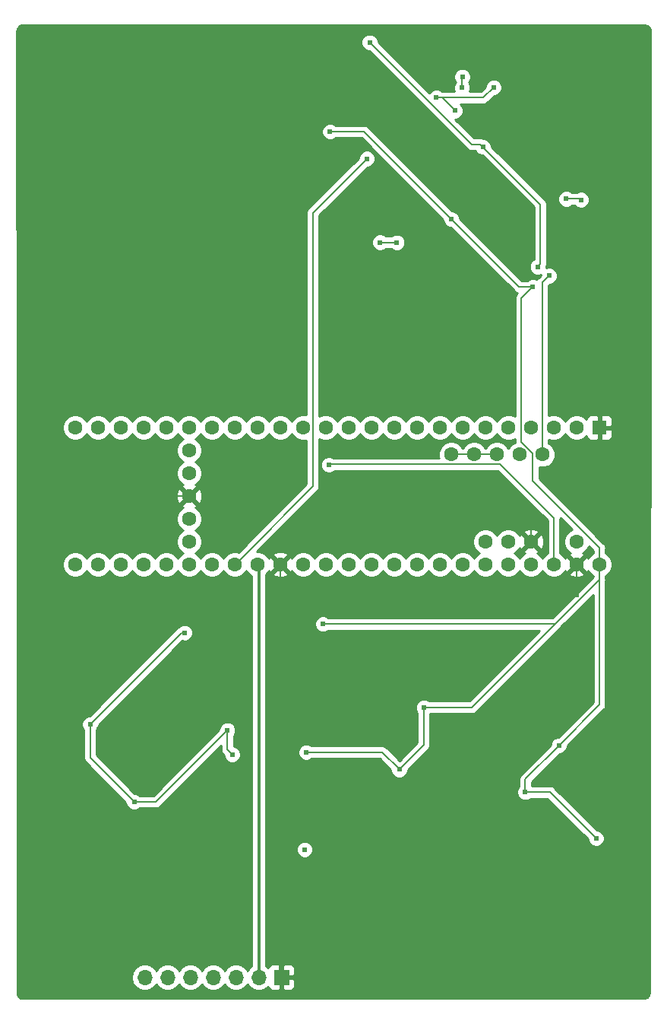
<source format=gbl>
G04 #@! TF.GenerationSoftware,KiCad,Pcbnew,5.0.1-33cea8e~68~ubuntu18.04.1*
G04 #@! TF.CreationDate,2019-11-28T12:45:06-05:00*
G04 #@! TF.ProjectId,new_synth_transistor,6E65775F73796E74685F7472616E7369,rev?*
G04 #@! TF.SameCoordinates,Original*
G04 #@! TF.FileFunction,Copper,L2,Bot,Signal*
G04 #@! TF.FilePolarity,Positive*
%FSLAX46Y46*%
G04 Gerber Fmt 4.6, Leading zero omitted, Abs format (unit mm)*
G04 Created by KiCad (PCBNEW 5.0.1-33cea8e~68~ubuntu18.04.1) date Thu 28 Nov 2019 12:45:06 PM EST*
%MOMM*%
%LPD*%
G01*
G04 APERTURE LIST*
G04 #@! TA.AperFunction,ComponentPad*
%ADD10C,1.600000*%
G04 #@! TD*
G04 #@! TA.AperFunction,ComponentPad*
%ADD11R,1.600000X1.600000*%
G04 #@! TD*
G04 #@! TA.AperFunction,ComponentPad*
%ADD12O,1.700000X1.700000*%
G04 #@! TD*
G04 #@! TA.AperFunction,ComponentPad*
%ADD13R,1.700000X1.700000*%
G04 #@! TD*
G04 #@! TA.AperFunction,ViaPad*
%ADD14C,0.609600*%
G04 #@! TD*
G04 #@! TA.AperFunction,Conductor*
%ADD15C,0.152400*%
G04 #@! TD*
G04 #@! TA.AperFunction,Conductor*
%ADD16C,0.304800*%
G04 #@! TD*
G04 #@! TA.AperFunction,Conductor*
%ADD17C,0.254000*%
G04 #@! TD*
G04 APERTURE END LIST*
D10*
G04 #@! TO.P,U8,17*
G04 #@! TO.N,Net-(U8-Pad17)*
X237154720Y-60258960D03*
G04 #@! TO.P,U8,18*
G04 #@! TO.N,Net-(U8-Pad18)*
X234614720Y-60258960D03*
G04 #@! TO.P,U8,19*
G04 #@! TO.N,Net-(U8-Pad19)*
X232074720Y-60258960D03*
G04 #@! TO.P,U8,20*
G04 #@! TO.N,Net-(U8-Pad20)*
X229534720Y-60258960D03*
G04 #@! TO.P,U8,16*
G04 #@! TO.N,Net-(U8-Pad16)*
X239694720Y-60258960D03*
G04 #@! TO.P,U8,15*
G04 #@! TO.N,+3V3*
X242234720Y-60258960D03*
G04 #@! TO.P,U8,14*
G04 #@! TO.N,Net-(U8-Pad14)*
X244774720Y-60258960D03*
G04 #@! TO.P,U8,21*
G04 #@! TO.N,Net-(U8-Pad21)*
X226994720Y-60258960D03*
G04 #@! TO.P,U8,22*
G04 #@! TO.N,Net-(U8-Pad22)*
X224454720Y-60258960D03*
G04 #@! TO.P,U8,23*
G04 #@! TO.N,Net-(U8-Pad23)*
X221914720Y-60258960D03*
G04 #@! TO.P,U8,24*
G04 #@! TO.N,Net-(U8-Pad24)*
X219374720Y-60258960D03*
G04 #@! TO.P,U8,25*
G04 #@! TO.N,Net-(U8-Pad25)*
X232074720Y-62798960D03*
G04 #@! TO.P,U8,26*
G04 #@! TO.N,+3V3*
X232074720Y-65338960D03*
G04 #@! TO.P,U8,27*
G04 #@! TO.N,GND*
X232074720Y-67878960D03*
G04 #@! TO.P,U8,28*
G04 #@! TO.N,Net-(U8-Pad28)*
X232074720Y-70418960D03*
G04 #@! TO.P,U8,29*
G04 #@! TO.N,Net-(U8-Pad29)*
X232074720Y-72958960D03*
G04 #@! TO.P,U8,30*
G04 #@! TO.N,/L1*
X219374720Y-75498960D03*
G04 #@! TO.P,U8,31*
G04 #@! TO.N,/L2*
X221914720Y-75498960D03*
G04 #@! TO.P,U8,32*
G04 #@! TO.N,/L3*
X224454720Y-75498960D03*
G04 #@! TO.P,U8,33*
G04 #@! TO.N,/L4*
X226994720Y-75498960D03*
G04 #@! TO.P,U8,34*
G04 #@! TO.N,/L5*
X229534720Y-75498960D03*
G04 #@! TO.P,U8,35*
G04 #@! TO.N,/L6*
X232074720Y-75498960D03*
G04 #@! TO.P,U8,36*
G04 #@! TO.N,/L7*
X234614720Y-75498960D03*
G04 #@! TO.P,U8,37*
G04 #@! TO.N,/SIGNAL*
X237154720Y-75498960D03*
G04 #@! TO.P,U8,13*
G04 #@! TO.N,Net-(U8-Pad13)*
X247314720Y-60258960D03*
G04 #@! TO.P,U8,12*
G04 #@! TO.N,Net-(U8-Pad12)*
X249854720Y-60258960D03*
G04 #@! TO.P,U8,11*
G04 #@! TO.N,Net-(U8-Pad11)*
X252394720Y-60258960D03*
G04 #@! TO.P,U8,10*
G04 #@! TO.N,Net-(U8-Pad10)*
X254934720Y-60258960D03*
G04 #@! TO.P,U8,9*
G04 #@! TO.N,Net-(U8-Pad9)*
X257474720Y-60258960D03*
G04 #@! TO.P,U8,8*
G04 #@! TO.N,Net-(U8-Pad8)*
X260014720Y-60258960D03*
G04 #@! TO.P,U8,7*
G04 #@! TO.N,Net-(U8-Pad7)*
X262554720Y-60258960D03*
G04 #@! TO.P,U8,6*
G04 #@! TO.N,Net-(U8-Pad6)*
X265094720Y-60258960D03*
G04 #@! TO.P,U8,5*
G04 #@! TO.N,Net-(U8-Pad5)*
X267634720Y-60258960D03*
G04 #@! TO.P,U8,4*
G04 #@! TO.N,Net-(U8-Pad4)*
X270174720Y-60258960D03*
G04 #@! TO.P,U8,3*
G04 #@! TO.N,Net-(U8-Pad3)*
X272714720Y-60258960D03*
G04 #@! TO.P,U8,2*
G04 #@! TO.N,Net-(U8-Pad2)*
X275254720Y-60258960D03*
D11*
G04 #@! TO.P,U8,1*
G04 #@! TO.N,GND*
X277794720Y-60258960D03*
D10*
G04 #@! TO.P,U8,38*
G04 #@! TO.N,/TONE*
X239694720Y-75498960D03*
G04 #@! TO.P,U8,39*
G04 #@! TO.N,GND*
X242234720Y-75498960D03*
G04 #@! TO.P,U8,40*
G04 #@! TO.N,Net-(U8-Pad40)*
X244774720Y-75498960D03*
G04 #@! TO.P,U8,41*
G04 #@! TO.N,/ADSR_OUT*
X247314720Y-75498960D03*
G04 #@! TO.P,U8,42*
G04 #@! TO.N,Net-(U8-Pad42)*
X249854720Y-75498960D03*
G04 #@! TO.P,U8,43*
G04 #@! TO.N,Net-(U8-Pad43)*
X252394720Y-75498960D03*
G04 #@! TO.P,U8,44*
G04 #@! TO.N,/T7*
X254934720Y-75498960D03*
G04 #@! TO.P,U8,45*
G04 #@! TO.N,/T6*
X257474720Y-75498960D03*
G04 #@! TO.P,U8,46*
G04 #@! TO.N,/T5*
X260014720Y-75498960D03*
G04 #@! TO.P,U8,47*
G04 #@! TO.N,/T4*
X262554720Y-75498960D03*
G04 #@! TO.P,U8,48*
G04 #@! TO.N,/T3*
X265094720Y-75498960D03*
G04 #@! TO.P,U8,49*
G04 #@! TO.N,/T2*
X267634720Y-75498960D03*
G04 #@! TO.P,U8,50*
G04 #@! TO.N,/T1*
X270174720Y-75498960D03*
G04 #@! TO.P,U8,51*
G04 #@! TO.N,+3V3*
X272714720Y-75498960D03*
G04 #@! TO.P,U8,52*
G04 #@! TO.N,GND*
X275254720Y-75498960D03*
G04 #@! TO.P,U8,53*
G04 #@! TO.N,+5V*
X277794720Y-75498960D03*
G04 #@! TO.P,U8,54*
G04 #@! TO.N,Net-(U8-Pad54)*
X275254720Y-72958960D03*
G04 #@! TO.P,U8,55*
G04 #@! TO.N,GND*
X270174720Y-72958960D03*
G04 #@! TO.P,U8,56*
G04 #@! TO.N,Net-(U8-Pad56)*
X267634720Y-72958960D03*
G04 #@! TO.P,U8,57*
G04 #@! TO.N,Net-(U8-Pad57)*
X265094720Y-72958960D03*
G04 #@! TO.P,U8,58*
G04 #@! TO.N,N/C*
X271444720Y-63258960D03*
G04 #@! TO.P,U8,59*
X268904720Y-63258960D03*
G04 #@! TO.P,U8,60*
X266364720Y-63258960D03*
G04 #@! TO.P,U8,61*
X263824720Y-63258960D03*
G04 #@! TO.P,U8,62*
X261284720Y-63258960D03*
G04 #@! TD*
D12*
G04 #@! TO.P,J1,7*
G04 #@! TO.N,Net-(J1-Pad7)*
X227116640Y-121452640D03*
G04 #@! TO.P,J1,6*
G04 #@! TO.N,Net-(J1-Pad6)*
X229656640Y-121452640D03*
G04 #@! TO.P,J1,5*
G04 #@! TO.N,Net-(J1-Pad5)*
X232196640Y-121452640D03*
G04 #@! TO.P,J1,4*
G04 #@! TO.N,Net-(J1-Pad4)*
X234736640Y-121452640D03*
G04 #@! TO.P,J1,3*
G04 #@! TO.N,Net-(J1-Pad3)*
X237276640Y-121452640D03*
G04 #@! TO.P,J1,2*
G04 #@! TO.N,/TONE*
X239816640Y-121452640D03*
D13*
G04 #@! TO.P,J1,1*
G04 #@! TO.N,GND*
X242356640Y-121452640D03*
G04 #@! TD*
D14*
G04 #@! TO.N,*
X272189820Y-43367422D03*
G04 #@! TO.N,Net-(Q1-Pad3)*
X262512420Y-21213542D03*
X262492100Y-22453062D03*
G04 #@! TO.N,GND*
X236651800Y-107589320D03*
X247599200Y-100568760D03*
X246761000Y-121371360D03*
X222016320Y-93832680D03*
X218851480Y-85135720D03*
X238511080Y-83479640D03*
X236357160Y-98907600D03*
X231536240Y-91937840D03*
X243819680Y-92989400D03*
X247489894Y-89227574D03*
X260446520Y-97195640D03*
X261609840Y-103362760D03*
X267258800Y-111566960D03*
X281731720Y-101244400D03*
X276717760Y-98806000D03*
X269483840Y-97586800D03*
X269956280Y-91683840D03*
X270149320Y-69682360D03*
X242234720Y-79349600D03*
X229052120Y-67868800D03*
X243027200Y-42042080D03*
X275263021Y-78890541D03*
X277789640Y-56885840D03*
G04 #@! TO.N,+3V3*
X247629680Y-64414400D03*
G04 #@! TO.N,GNDREF*
X252181360Y-17388840D03*
X264825480Y-29042360D03*
X270901160Y-42367200D03*
G04 #@! TO.N,+5V*
X277428960Y-105984040D03*
X258221480Y-91399360D03*
X231566720Y-83093560D03*
X244942360Y-107223560D03*
X255483360Y-98308160D03*
X221020640Y-93278960D03*
X225938080Y-101909880D03*
X236321600Y-93944440D03*
X236870240Y-96641920D03*
X245125240Y-96398080D03*
X270357600Y-44607480D03*
X261294880Y-37068760D03*
X247771920Y-27330400D03*
X269529560Y-100832920D03*
X273293840Y-95615760D03*
X246964200Y-82123280D03*
G04 #@! TO.N,/SIGNAL*
X251876560Y-30332680D03*
G04 #@! TO.N,/ADSR_OUT*
X275737320Y-34904680D03*
X274091400Y-34808160D03*
G04 #@! TO.N,Net-(Q4-Pad3)*
X253344680Y-39644320D03*
X255209040Y-39654480D03*
G04 #@! TO.N,/2B*
X261680960Y-24988520D03*
X259616590Y-23540720D03*
X266009120Y-22402800D03*
G04 #@! TD*
D15*
G04 #@! TO.N,*
X271444720Y-44112522D02*
X271444720Y-63258960D01*
X272189820Y-43367422D02*
X271444720Y-44112522D01*
X262416090Y-63258960D02*
X263824720Y-63258960D01*
X261284720Y-63258960D02*
X262416090Y-63258960D01*
X264956090Y-63258960D02*
X266364720Y-63258960D01*
X263824720Y-63258960D02*
X264956090Y-63258960D01*
G04 #@! TO.N,Net-(Q1-Pad3)*
X262492100Y-22453062D02*
X262492100Y-22022010D01*
X262492100Y-21233862D02*
X262512420Y-21213542D01*
X262492100Y-22022010D02*
X262492100Y-21233862D01*
D16*
G04 #@! TO.N,GND*
X242234720Y-121330720D02*
X242356640Y-121452640D01*
D15*
X232074720Y-67878960D02*
X229062280Y-67878960D01*
X229062280Y-67878960D02*
X229052120Y-67868800D01*
X242234720Y-75498960D02*
X242234720Y-79349600D01*
D16*
X242234720Y-79349600D02*
X242234720Y-121330720D01*
D15*
X270174720Y-72958960D02*
X270174720Y-69707760D01*
X270174720Y-69707760D02*
X270149320Y-69682360D01*
X242356640Y-121452640D02*
X246679720Y-121452640D01*
X246679720Y-121452640D02*
X246761000Y-121371360D01*
X275254720Y-78882240D02*
X275263021Y-78890541D01*
X275254720Y-75498960D02*
X275254720Y-78882240D01*
G04 #@! TO.N,+3V3*
X272714720Y-75498960D02*
X272714720Y-70317360D01*
X266732521Y-64335161D02*
X247820679Y-64335161D01*
X272714720Y-70317360D02*
X266732521Y-64335161D01*
X247820679Y-64335161D02*
X247741440Y-64414400D01*
X247741440Y-64414400D02*
X247629680Y-64414400D01*
G04 #@! TO.N,GNDREF*
X263530081Y-28737561D02*
X252486159Y-17693639D01*
X264520681Y-28737561D02*
X263530081Y-28737561D01*
X252486159Y-17693639D02*
X252181360Y-17388840D01*
X264825480Y-29042360D02*
X264520681Y-28737561D01*
X265130279Y-29347159D02*
X264825480Y-29042360D01*
X271205959Y-42062401D02*
X271205959Y-35422839D01*
X271205959Y-35422839D02*
X265130279Y-29347159D01*
X270901160Y-42367200D02*
X271205959Y-42062401D01*
G04 #@! TO.N,+5V*
X251556520Y-27330400D02*
X261294880Y-37068760D01*
X247771920Y-27330400D02*
X251556520Y-27330400D01*
X268833600Y-44607480D02*
X270357600Y-44607480D01*
X261294880Y-37068760D02*
X268833600Y-44607480D01*
X270368519Y-63129981D02*
X270368519Y-66223639D01*
X269098519Y-61859981D02*
X270368519Y-63129981D01*
X270357600Y-44607480D02*
X269098519Y-45866561D01*
X269098519Y-45866561D02*
X269098519Y-61859981D01*
X277794720Y-73649840D02*
X277794720Y-75498960D01*
X270368519Y-66223639D02*
X277794720Y-73649840D01*
X269529560Y-100832920D02*
X269529560Y-99380040D01*
X277794720Y-91114880D02*
X277794720Y-75498960D01*
X269529560Y-99380040D02*
X273293840Y-95615760D01*
X273293840Y-95615760D02*
X277794720Y-91114880D01*
X258221480Y-95570040D02*
X258221480Y-91399360D01*
X255483360Y-98308160D02*
X258221480Y-95570040D01*
X277794720Y-76630330D02*
X277794720Y-75498960D01*
X258221480Y-91399360D02*
X263575876Y-91399360D01*
X277794720Y-77180516D02*
X277794720Y-76630330D01*
X253573280Y-96398080D02*
X255483360Y-98308160D01*
X245125240Y-96398080D02*
X253573280Y-96398080D01*
X236321600Y-96093280D02*
X236870240Y-96641920D01*
X236321600Y-93944440D02*
X236321600Y-96093280D01*
X228356160Y-101909880D02*
X236321600Y-93944440D01*
X225938080Y-101909880D02*
X228356160Y-101909880D01*
X221020640Y-96992440D02*
X225938080Y-101909880D01*
X221020640Y-93278960D02*
X221020640Y-96992440D01*
X231206040Y-83093560D02*
X231566720Y-83093560D01*
X221020640Y-93278960D02*
X231206040Y-83093560D01*
X272851956Y-82123280D02*
X272948400Y-82026836D01*
X246964200Y-82123280D02*
X272851956Y-82123280D01*
X263575876Y-91399360D02*
X272948400Y-82026836D01*
X272948400Y-82026836D02*
X277794720Y-77180516D01*
X272277840Y-100832920D02*
X277428960Y-105984040D01*
X269529560Y-100832920D02*
X272277840Y-100832920D01*
G04 #@! TO.N,/SIGNAL*
X237954719Y-74698961D02*
X237154720Y-75498960D01*
X245850921Y-36358319D02*
X245850921Y-66802759D01*
X245850921Y-66802759D02*
X237954719Y-74698961D01*
X251876560Y-30332680D02*
X245850921Y-36358319D01*
G04 #@! TO.N,/ADSR_OUT*
X275640800Y-34808160D02*
X275737320Y-34904680D01*
X274091400Y-34808160D02*
X275640800Y-34808160D01*
G04 #@! TO.N,Net-(Q4-Pad3)*
X255209040Y-39654480D02*
X254777988Y-39654480D01*
X254777988Y-39654480D02*
X253354840Y-39654480D01*
X253354840Y-39654480D02*
X253344680Y-39644320D01*
G04 #@! TO.N,/2B*
X264871200Y-23540720D02*
X260047642Y-23540720D01*
X260047642Y-23540720D02*
X259616590Y-23540720D01*
X266009120Y-22402800D02*
X264871200Y-23540720D01*
X260233160Y-23540720D02*
X259616590Y-23540720D01*
X261680960Y-24988520D02*
X260233160Y-23540720D01*
D16*
G04 #@! TO.N,/TONE*
X239816640Y-75620880D02*
X239694720Y-75498960D01*
X239816640Y-121452640D02*
X239816640Y-75620880D01*
G04 #@! TD*
D17*
G04 #@! TO.N,GND*
G36*
X283092005Y-15542990D02*
X283255719Y-15634154D01*
X283378378Y-15775811D01*
X283453752Y-15973311D01*
X283465539Y-16121798D01*
X283399675Y-123065490D01*
X283383027Y-123108455D01*
X283324351Y-123405344D01*
X283234770Y-123553380D01*
X283099957Y-123661852D01*
X282901633Y-123729446D01*
X282802414Y-123737050D01*
X282789546Y-123740350D01*
X213558776Y-123795949D01*
X213258844Y-123746192D01*
X213107987Y-123657262D01*
X212999256Y-123519983D01*
X212936708Y-123318926D01*
X212922414Y-93092022D01*
X220080840Y-93092022D01*
X220080840Y-93465898D01*
X220223916Y-93811314D01*
X220309440Y-93896838D01*
X220309441Y-96922394D01*
X220295508Y-96992440D01*
X220350705Y-97269936D01*
X220468216Y-97445804D01*
X220468219Y-97445807D01*
X220507895Y-97505186D01*
X220567274Y-97544862D01*
X224998280Y-101975869D01*
X224998280Y-102096818D01*
X225141356Y-102442234D01*
X225405726Y-102706604D01*
X225751142Y-102849680D01*
X226125018Y-102849680D01*
X226470434Y-102706604D01*
X226555958Y-102621080D01*
X228286119Y-102621080D01*
X228356160Y-102635012D01*
X228426201Y-102621080D01*
X228426206Y-102621080D01*
X228633656Y-102579816D01*
X228868906Y-102422626D01*
X228908584Y-102363244D01*
X235610401Y-95661428D01*
X235610401Y-96023234D01*
X235596468Y-96093280D01*
X235651665Y-96370776D01*
X235769176Y-96546644D01*
X235769179Y-96546647D01*
X235808855Y-96606026D01*
X235868234Y-96645702D01*
X235930440Y-96707908D01*
X235930440Y-96828858D01*
X236073516Y-97174274D01*
X236337886Y-97438644D01*
X236683302Y-97581720D01*
X237057178Y-97581720D01*
X237402594Y-97438644D01*
X237666964Y-97174274D01*
X237810040Y-96828858D01*
X237810040Y-96454982D01*
X237666964Y-96109566D01*
X237402594Y-95845196D01*
X237057178Y-95702120D01*
X237032800Y-95702120D01*
X237032800Y-94562318D01*
X237118324Y-94476794D01*
X237261400Y-94131378D01*
X237261400Y-93757502D01*
X237118324Y-93412086D01*
X236853954Y-93147716D01*
X236508538Y-93004640D01*
X236134662Y-93004640D01*
X235789246Y-93147716D01*
X235524876Y-93412086D01*
X235381800Y-93757502D01*
X235381800Y-93878451D01*
X228061572Y-101198680D01*
X226555958Y-101198680D01*
X226470434Y-101113156D01*
X226125018Y-100970080D01*
X226004069Y-100970080D01*
X221731840Y-96697852D01*
X221731840Y-93896838D01*
X221817364Y-93811314D01*
X221960440Y-93465898D01*
X221960440Y-93344948D01*
X231303589Y-84001800D01*
X231379782Y-84033360D01*
X231753658Y-84033360D01*
X232099074Y-83890284D01*
X232363444Y-83625914D01*
X232506520Y-83280498D01*
X232506520Y-82906622D01*
X232363444Y-82561206D01*
X232099074Y-82296836D01*
X231753658Y-82153760D01*
X231379782Y-82153760D01*
X231034366Y-82296836D01*
X230865359Y-82465843D01*
X230752675Y-82541136D01*
X230752673Y-82541138D01*
X230693294Y-82580814D01*
X230653618Y-82640193D01*
X220954652Y-92339160D01*
X220833702Y-92339160D01*
X220488286Y-92482236D01*
X220223916Y-92746606D01*
X220080840Y-93092022D01*
X212922414Y-93092022D01*
X212910388Y-67662183D01*
X230627755Y-67662183D01*
X230654942Y-68232414D01*
X230820856Y-68632965D01*
X231066975Y-68707099D01*
X231895115Y-67878960D01*
X232254325Y-67878960D01*
X233082465Y-68707099D01*
X233328584Y-68632965D01*
X233521685Y-68095737D01*
X233494498Y-67525506D01*
X233328584Y-67124955D01*
X233082465Y-67050821D01*
X232254325Y-67878960D01*
X231895115Y-67878960D01*
X231066975Y-67050821D01*
X230820856Y-67124955D01*
X230627755Y-67662183D01*
X212910388Y-67662183D01*
X212906751Y-59973521D01*
X217939720Y-59973521D01*
X217939720Y-60544399D01*
X218158186Y-61071822D01*
X218561858Y-61475494D01*
X219089281Y-61693960D01*
X219660159Y-61693960D01*
X220187582Y-61475494D01*
X220591254Y-61071822D01*
X220644720Y-60942744D01*
X220698186Y-61071822D01*
X221101858Y-61475494D01*
X221629281Y-61693960D01*
X222200159Y-61693960D01*
X222727582Y-61475494D01*
X223131254Y-61071822D01*
X223184720Y-60942744D01*
X223238186Y-61071822D01*
X223641858Y-61475494D01*
X224169281Y-61693960D01*
X224740159Y-61693960D01*
X225267582Y-61475494D01*
X225671254Y-61071822D01*
X225724720Y-60942744D01*
X225778186Y-61071822D01*
X226181858Y-61475494D01*
X226709281Y-61693960D01*
X227280159Y-61693960D01*
X227807582Y-61475494D01*
X228211254Y-61071822D01*
X228264720Y-60942744D01*
X228318186Y-61071822D01*
X228721858Y-61475494D01*
X229249281Y-61693960D01*
X229820159Y-61693960D01*
X230347582Y-61475494D01*
X230751254Y-61071822D01*
X230804720Y-60942744D01*
X230858186Y-61071822D01*
X231261858Y-61475494D01*
X231390936Y-61528960D01*
X231261858Y-61582426D01*
X230858186Y-61986098D01*
X230639720Y-62513521D01*
X230639720Y-63084399D01*
X230858186Y-63611822D01*
X231261858Y-64015494D01*
X231390936Y-64068960D01*
X231261858Y-64122426D01*
X230858186Y-64526098D01*
X230639720Y-65053521D01*
X230639720Y-65624399D01*
X230858186Y-66151822D01*
X231261858Y-66555494D01*
X231375303Y-66602485D01*
X231320715Y-66625096D01*
X231246581Y-66871215D01*
X232074720Y-67699355D01*
X232902859Y-66871215D01*
X232828725Y-66625096D01*
X232770272Y-66604086D01*
X232887582Y-66555494D01*
X233291254Y-66151822D01*
X233509720Y-65624399D01*
X233509720Y-65053521D01*
X233291254Y-64526098D01*
X232887582Y-64122426D01*
X232758504Y-64068960D01*
X232887582Y-64015494D01*
X233291254Y-63611822D01*
X233509720Y-63084399D01*
X233509720Y-62513521D01*
X233291254Y-61986098D01*
X232887582Y-61582426D01*
X232758504Y-61528960D01*
X232887582Y-61475494D01*
X233291254Y-61071822D01*
X233344720Y-60942744D01*
X233398186Y-61071822D01*
X233801858Y-61475494D01*
X234329281Y-61693960D01*
X234900159Y-61693960D01*
X235427582Y-61475494D01*
X235831254Y-61071822D01*
X235884720Y-60942744D01*
X235938186Y-61071822D01*
X236341858Y-61475494D01*
X236869281Y-61693960D01*
X237440159Y-61693960D01*
X237967582Y-61475494D01*
X238371254Y-61071822D01*
X238424720Y-60942744D01*
X238478186Y-61071822D01*
X238881858Y-61475494D01*
X239409281Y-61693960D01*
X239980159Y-61693960D01*
X240507582Y-61475494D01*
X240911254Y-61071822D01*
X240964720Y-60942744D01*
X241018186Y-61071822D01*
X241421858Y-61475494D01*
X241949281Y-61693960D01*
X242520159Y-61693960D01*
X243047582Y-61475494D01*
X243451254Y-61071822D01*
X243504720Y-60942744D01*
X243558186Y-61071822D01*
X243961858Y-61475494D01*
X244489281Y-61693960D01*
X245060159Y-61693960D01*
X245139722Y-61661004D01*
X245139722Y-66508169D01*
X237541822Y-74106070D01*
X237440159Y-74063960D01*
X236869281Y-74063960D01*
X236341858Y-74282426D01*
X235938186Y-74686098D01*
X235884720Y-74815176D01*
X235831254Y-74686098D01*
X235427582Y-74282426D01*
X234900159Y-74063960D01*
X234329281Y-74063960D01*
X233801858Y-74282426D01*
X233398186Y-74686098D01*
X233344720Y-74815176D01*
X233291254Y-74686098D01*
X232887582Y-74282426D01*
X232758504Y-74228960D01*
X232887582Y-74175494D01*
X233291254Y-73771822D01*
X233509720Y-73244399D01*
X233509720Y-72673521D01*
X233291254Y-72146098D01*
X232887582Y-71742426D01*
X232758504Y-71688960D01*
X232887582Y-71635494D01*
X233291254Y-71231822D01*
X233509720Y-70704399D01*
X233509720Y-70133521D01*
X233291254Y-69606098D01*
X232887582Y-69202426D01*
X232774137Y-69155435D01*
X232828725Y-69132824D01*
X232902859Y-68886705D01*
X232074720Y-68058565D01*
X231246581Y-68886705D01*
X231320715Y-69132824D01*
X231379168Y-69153834D01*
X231261858Y-69202426D01*
X230858186Y-69606098D01*
X230639720Y-70133521D01*
X230639720Y-70704399D01*
X230858186Y-71231822D01*
X231261858Y-71635494D01*
X231390936Y-71688960D01*
X231261858Y-71742426D01*
X230858186Y-72146098D01*
X230639720Y-72673521D01*
X230639720Y-73244399D01*
X230858186Y-73771822D01*
X231261858Y-74175494D01*
X231390936Y-74228960D01*
X231261858Y-74282426D01*
X230858186Y-74686098D01*
X230804720Y-74815176D01*
X230751254Y-74686098D01*
X230347582Y-74282426D01*
X229820159Y-74063960D01*
X229249281Y-74063960D01*
X228721858Y-74282426D01*
X228318186Y-74686098D01*
X228264720Y-74815176D01*
X228211254Y-74686098D01*
X227807582Y-74282426D01*
X227280159Y-74063960D01*
X226709281Y-74063960D01*
X226181858Y-74282426D01*
X225778186Y-74686098D01*
X225724720Y-74815176D01*
X225671254Y-74686098D01*
X225267582Y-74282426D01*
X224740159Y-74063960D01*
X224169281Y-74063960D01*
X223641858Y-74282426D01*
X223238186Y-74686098D01*
X223184720Y-74815176D01*
X223131254Y-74686098D01*
X222727582Y-74282426D01*
X222200159Y-74063960D01*
X221629281Y-74063960D01*
X221101858Y-74282426D01*
X220698186Y-74686098D01*
X220644720Y-74815176D01*
X220591254Y-74686098D01*
X220187582Y-74282426D01*
X219660159Y-74063960D01*
X219089281Y-74063960D01*
X218561858Y-74282426D01*
X218158186Y-74686098D01*
X217939720Y-75213521D01*
X217939720Y-75784399D01*
X218158186Y-76311822D01*
X218561858Y-76715494D01*
X219089281Y-76933960D01*
X219660159Y-76933960D01*
X220187582Y-76715494D01*
X220591254Y-76311822D01*
X220644720Y-76182744D01*
X220698186Y-76311822D01*
X221101858Y-76715494D01*
X221629281Y-76933960D01*
X222200159Y-76933960D01*
X222727582Y-76715494D01*
X223131254Y-76311822D01*
X223184720Y-76182744D01*
X223238186Y-76311822D01*
X223641858Y-76715494D01*
X224169281Y-76933960D01*
X224740159Y-76933960D01*
X225267582Y-76715494D01*
X225671254Y-76311822D01*
X225724720Y-76182744D01*
X225778186Y-76311822D01*
X226181858Y-76715494D01*
X226709281Y-76933960D01*
X227280159Y-76933960D01*
X227807582Y-76715494D01*
X228211254Y-76311822D01*
X228264720Y-76182744D01*
X228318186Y-76311822D01*
X228721858Y-76715494D01*
X229249281Y-76933960D01*
X229820159Y-76933960D01*
X230347582Y-76715494D01*
X230751254Y-76311822D01*
X230804720Y-76182744D01*
X230858186Y-76311822D01*
X231261858Y-76715494D01*
X231789281Y-76933960D01*
X232360159Y-76933960D01*
X232887582Y-76715494D01*
X233291254Y-76311822D01*
X233344720Y-76182744D01*
X233398186Y-76311822D01*
X233801858Y-76715494D01*
X234329281Y-76933960D01*
X234900159Y-76933960D01*
X235427582Y-76715494D01*
X235831254Y-76311822D01*
X235884720Y-76182744D01*
X235938186Y-76311822D01*
X236341858Y-76715494D01*
X236869281Y-76933960D01*
X237440159Y-76933960D01*
X237967582Y-76715494D01*
X238371254Y-76311822D01*
X238424720Y-76182744D01*
X238478186Y-76311822D01*
X238881858Y-76715494D01*
X239029241Y-76776542D01*
X239029240Y-120192770D01*
X238746015Y-120382015D01*
X238546640Y-120680401D01*
X238347265Y-120382015D01*
X237856058Y-120053801D01*
X237422896Y-119967640D01*
X237130384Y-119967640D01*
X236697222Y-120053801D01*
X236206015Y-120382015D01*
X236006640Y-120680401D01*
X235807265Y-120382015D01*
X235316058Y-120053801D01*
X234882896Y-119967640D01*
X234590384Y-119967640D01*
X234157222Y-120053801D01*
X233666015Y-120382015D01*
X233466640Y-120680401D01*
X233267265Y-120382015D01*
X232776058Y-120053801D01*
X232342896Y-119967640D01*
X232050384Y-119967640D01*
X231617222Y-120053801D01*
X231126015Y-120382015D01*
X230926640Y-120680401D01*
X230727265Y-120382015D01*
X230236058Y-120053801D01*
X229802896Y-119967640D01*
X229510384Y-119967640D01*
X229077222Y-120053801D01*
X228586015Y-120382015D01*
X228386640Y-120680401D01*
X228187265Y-120382015D01*
X227696058Y-120053801D01*
X227262896Y-119967640D01*
X226970384Y-119967640D01*
X226537222Y-120053801D01*
X226046015Y-120382015D01*
X225717801Y-120873222D01*
X225602548Y-121452640D01*
X225717801Y-122032058D01*
X226046015Y-122523265D01*
X226537222Y-122851479D01*
X226970384Y-122937640D01*
X227262896Y-122937640D01*
X227696058Y-122851479D01*
X228187265Y-122523265D01*
X228386640Y-122224879D01*
X228586015Y-122523265D01*
X229077222Y-122851479D01*
X229510384Y-122937640D01*
X229802896Y-122937640D01*
X230236058Y-122851479D01*
X230727265Y-122523265D01*
X230926640Y-122224879D01*
X231126015Y-122523265D01*
X231617222Y-122851479D01*
X232050384Y-122937640D01*
X232342896Y-122937640D01*
X232776058Y-122851479D01*
X233267265Y-122523265D01*
X233466640Y-122224879D01*
X233666015Y-122523265D01*
X234157222Y-122851479D01*
X234590384Y-122937640D01*
X234882896Y-122937640D01*
X235316058Y-122851479D01*
X235807265Y-122523265D01*
X236006640Y-122224879D01*
X236206015Y-122523265D01*
X236697222Y-122851479D01*
X237130384Y-122937640D01*
X237422896Y-122937640D01*
X237856058Y-122851479D01*
X238347265Y-122523265D01*
X238546640Y-122224879D01*
X238746015Y-122523265D01*
X239237222Y-122851479D01*
X239670384Y-122937640D01*
X239962896Y-122937640D01*
X240396058Y-122851479D01*
X240887265Y-122523265D01*
X240901736Y-122501607D01*
X240968313Y-122662338D01*
X241146941Y-122840967D01*
X241380330Y-122937640D01*
X242070890Y-122937640D01*
X242229640Y-122778890D01*
X242229640Y-121579640D01*
X242483640Y-121579640D01*
X242483640Y-122778890D01*
X242642390Y-122937640D01*
X243332950Y-122937640D01*
X243566339Y-122840967D01*
X243744967Y-122662338D01*
X243841640Y-122428949D01*
X243841640Y-121738390D01*
X243682890Y-121579640D01*
X242483640Y-121579640D01*
X242229640Y-121579640D01*
X242209640Y-121579640D01*
X242209640Y-121325640D01*
X242229640Y-121325640D01*
X242229640Y-120126390D01*
X242483640Y-120126390D01*
X242483640Y-121325640D01*
X243682890Y-121325640D01*
X243841640Y-121166890D01*
X243841640Y-120476331D01*
X243744967Y-120242942D01*
X243566339Y-120064313D01*
X243332950Y-119967640D01*
X242642390Y-119967640D01*
X242483640Y-120126390D01*
X242229640Y-120126390D01*
X242070890Y-119967640D01*
X241380330Y-119967640D01*
X241146941Y-120064313D01*
X240968313Y-120242942D01*
X240901736Y-120403673D01*
X240887265Y-120382015D01*
X240604040Y-120192770D01*
X240604040Y-107036622D01*
X244002560Y-107036622D01*
X244002560Y-107410498D01*
X244145636Y-107755914D01*
X244410006Y-108020284D01*
X244755422Y-108163360D01*
X245129298Y-108163360D01*
X245474714Y-108020284D01*
X245739084Y-107755914D01*
X245882160Y-107410498D01*
X245882160Y-107036622D01*
X245739084Y-106691206D01*
X245474714Y-106426836D01*
X245129298Y-106283760D01*
X244755422Y-106283760D01*
X244410006Y-106426836D01*
X244145636Y-106691206D01*
X244002560Y-107036622D01*
X240604040Y-107036622D01*
X240604040Y-76619036D01*
X240716371Y-76506705D01*
X241406581Y-76506705D01*
X241480715Y-76752824D01*
X242017943Y-76945925D01*
X242588174Y-76918738D01*
X242988725Y-76752824D01*
X243062859Y-76506705D01*
X242234720Y-75678565D01*
X241406581Y-76506705D01*
X240716371Y-76506705D01*
X240911254Y-76311822D01*
X240958245Y-76198377D01*
X240980856Y-76252965D01*
X241226975Y-76327099D01*
X242055115Y-75498960D01*
X241226975Y-74670821D01*
X240980856Y-74744955D01*
X240959846Y-74803408D01*
X240911254Y-74686098D01*
X240716371Y-74491215D01*
X241406581Y-74491215D01*
X242234720Y-75319355D01*
X243062859Y-74491215D01*
X242988725Y-74245096D01*
X242451497Y-74051995D01*
X241881266Y-74079182D01*
X241480715Y-74245096D01*
X241406581Y-74491215D01*
X240716371Y-74491215D01*
X240507582Y-74282426D01*
X239980159Y-74063960D01*
X239595508Y-74063960D01*
X246304288Y-67355181D01*
X246363667Y-67315505D01*
X246403343Y-67256126D01*
X246403345Y-67256124D01*
X246520856Y-67080256D01*
X246520857Y-67080255D01*
X246562121Y-66872805D01*
X246562121Y-66872801D01*
X246576053Y-66802759D01*
X246562121Y-66732717D01*
X246562121Y-61500456D01*
X247029281Y-61693960D01*
X247600159Y-61693960D01*
X248127582Y-61475494D01*
X248531254Y-61071822D01*
X248584720Y-60942744D01*
X248638186Y-61071822D01*
X249041858Y-61475494D01*
X249569281Y-61693960D01*
X250140159Y-61693960D01*
X250667582Y-61475494D01*
X251071254Y-61071822D01*
X251124720Y-60942744D01*
X251178186Y-61071822D01*
X251581858Y-61475494D01*
X252109281Y-61693960D01*
X252680159Y-61693960D01*
X253207582Y-61475494D01*
X253611254Y-61071822D01*
X253664720Y-60942744D01*
X253718186Y-61071822D01*
X254121858Y-61475494D01*
X254649281Y-61693960D01*
X255220159Y-61693960D01*
X255747582Y-61475494D01*
X256151254Y-61071822D01*
X256204720Y-60942744D01*
X256258186Y-61071822D01*
X256661858Y-61475494D01*
X257189281Y-61693960D01*
X257760159Y-61693960D01*
X258287582Y-61475494D01*
X258691254Y-61071822D01*
X258744720Y-60942744D01*
X258798186Y-61071822D01*
X259201858Y-61475494D01*
X259729281Y-61693960D01*
X260300159Y-61693960D01*
X260827582Y-61475494D01*
X261231254Y-61071822D01*
X261284720Y-60942744D01*
X261338186Y-61071822D01*
X261741858Y-61475494D01*
X262269281Y-61693960D01*
X262840159Y-61693960D01*
X263367582Y-61475494D01*
X263771254Y-61071822D01*
X263824720Y-60942744D01*
X263878186Y-61071822D01*
X264281858Y-61475494D01*
X264809281Y-61693960D01*
X265380159Y-61693960D01*
X265907582Y-61475494D01*
X266311254Y-61071822D01*
X266364720Y-60942744D01*
X266418186Y-61071822D01*
X266821858Y-61475494D01*
X267349281Y-61693960D01*
X267920159Y-61693960D01*
X268387320Y-61500455D01*
X268387320Y-61789935D01*
X268373387Y-61859981D01*
X268385485Y-61920802D01*
X268091858Y-62042426D01*
X267688186Y-62446098D01*
X267634720Y-62575176D01*
X267581254Y-62446098D01*
X267177582Y-62042426D01*
X266650159Y-61823960D01*
X266079281Y-61823960D01*
X265551858Y-62042426D01*
X265148186Y-62446098D01*
X265106076Y-62547760D01*
X265083364Y-62547760D01*
X265041254Y-62446098D01*
X264637582Y-62042426D01*
X264110159Y-61823960D01*
X263539281Y-61823960D01*
X263011858Y-62042426D01*
X262608186Y-62446098D01*
X262566076Y-62547760D01*
X262543364Y-62547760D01*
X262501254Y-62446098D01*
X262097582Y-62042426D01*
X261570159Y-61823960D01*
X260999281Y-61823960D01*
X260471858Y-62042426D01*
X260068186Y-62446098D01*
X259849720Y-62973521D01*
X259849720Y-63544399D01*
X259882676Y-63623961D01*
X248168319Y-63623961D01*
X248162034Y-63617676D01*
X247816618Y-63474600D01*
X247442742Y-63474600D01*
X247097326Y-63617676D01*
X246832956Y-63882046D01*
X246689880Y-64227462D01*
X246689880Y-64601338D01*
X246832956Y-64946754D01*
X247097326Y-65211124D01*
X247442742Y-65354200D01*
X247816618Y-65354200D01*
X248162034Y-65211124D01*
X248326797Y-65046361D01*
X266437933Y-65046361D01*
X272003521Y-70611950D01*
X272003520Y-74240316D01*
X271901858Y-74282426D01*
X271498186Y-74686098D01*
X271444720Y-74815176D01*
X271391254Y-74686098D01*
X270987582Y-74282426D01*
X270874137Y-74235435D01*
X270928725Y-74212824D01*
X271002859Y-73966705D01*
X270174720Y-73138565D01*
X269346581Y-73966705D01*
X269420715Y-74212824D01*
X269479168Y-74233834D01*
X269361858Y-74282426D01*
X268958186Y-74686098D01*
X268904720Y-74815176D01*
X268851254Y-74686098D01*
X268447582Y-74282426D01*
X268318504Y-74228960D01*
X268447582Y-74175494D01*
X268851254Y-73771822D01*
X268898245Y-73658377D01*
X268920856Y-73712965D01*
X269166975Y-73787099D01*
X269995115Y-72958960D01*
X270354325Y-72958960D01*
X271182465Y-73787099D01*
X271428584Y-73712965D01*
X271621685Y-73175737D01*
X271594498Y-72605506D01*
X271428584Y-72204955D01*
X271182465Y-72130821D01*
X270354325Y-72958960D01*
X269995115Y-72958960D01*
X269166975Y-72130821D01*
X268920856Y-72204955D01*
X268899846Y-72263408D01*
X268851254Y-72146098D01*
X268656371Y-71951215D01*
X269346581Y-71951215D01*
X270174720Y-72779355D01*
X271002859Y-71951215D01*
X270928725Y-71705096D01*
X270391497Y-71511995D01*
X269821266Y-71539182D01*
X269420715Y-71705096D01*
X269346581Y-71951215D01*
X268656371Y-71951215D01*
X268447582Y-71742426D01*
X267920159Y-71523960D01*
X267349281Y-71523960D01*
X266821858Y-71742426D01*
X266418186Y-72146098D01*
X266364720Y-72275176D01*
X266311254Y-72146098D01*
X265907582Y-71742426D01*
X265380159Y-71523960D01*
X264809281Y-71523960D01*
X264281858Y-71742426D01*
X263878186Y-72146098D01*
X263659720Y-72673521D01*
X263659720Y-73244399D01*
X263878186Y-73771822D01*
X264281858Y-74175494D01*
X264410936Y-74228960D01*
X264281858Y-74282426D01*
X263878186Y-74686098D01*
X263824720Y-74815176D01*
X263771254Y-74686098D01*
X263367582Y-74282426D01*
X262840159Y-74063960D01*
X262269281Y-74063960D01*
X261741858Y-74282426D01*
X261338186Y-74686098D01*
X261284720Y-74815176D01*
X261231254Y-74686098D01*
X260827582Y-74282426D01*
X260300159Y-74063960D01*
X259729281Y-74063960D01*
X259201858Y-74282426D01*
X258798186Y-74686098D01*
X258744720Y-74815176D01*
X258691254Y-74686098D01*
X258287582Y-74282426D01*
X257760159Y-74063960D01*
X257189281Y-74063960D01*
X256661858Y-74282426D01*
X256258186Y-74686098D01*
X256204720Y-74815176D01*
X256151254Y-74686098D01*
X255747582Y-74282426D01*
X255220159Y-74063960D01*
X254649281Y-74063960D01*
X254121858Y-74282426D01*
X253718186Y-74686098D01*
X253664720Y-74815176D01*
X253611254Y-74686098D01*
X253207582Y-74282426D01*
X252680159Y-74063960D01*
X252109281Y-74063960D01*
X251581858Y-74282426D01*
X251178186Y-74686098D01*
X251124720Y-74815176D01*
X251071254Y-74686098D01*
X250667582Y-74282426D01*
X250140159Y-74063960D01*
X249569281Y-74063960D01*
X249041858Y-74282426D01*
X248638186Y-74686098D01*
X248584720Y-74815176D01*
X248531254Y-74686098D01*
X248127582Y-74282426D01*
X247600159Y-74063960D01*
X247029281Y-74063960D01*
X246501858Y-74282426D01*
X246098186Y-74686098D01*
X246044720Y-74815176D01*
X245991254Y-74686098D01*
X245587582Y-74282426D01*
X245060159Y-74063960D01*
X244489281Y-74063960D01*
X243961858Y-74282426D01*
X243558186Y-74686098D01*
X243511195Y-74799543D01*
X243488584Y-74744955D01*
X243242465Y-74670821D01*
X242414325Y-75498960D01*
X243242465Y-76327099D01*
X243488584Y-76252965D01*
X243509594Y-76194512D01*
X243558186Y-76311822D01*
X243961858Y-76715494D01*
X244489281Y-76933960D01*
X245060159Y-76933960D01*
X245587582Y-76715494D01*
X245991254Y-76311822D01*
X246044720Y-76182744D01*
X246098186Y-76311822D01*
X246501858Y-76715494D01*
X247029281Y-76933960D01*
X247600159Y-76933960D01*
X248127582Y-76715494D01*
X248531254Y-76311822D01*
X248584720Y-76182744D01*
X248638186Y-76311822D01*
X249041858Y-76715494D01*
X249569281Y-76933960D01*
X250140159Y-76933960D01*
X250667582Y-76715494D01*
X251071254Y-76311822D01*
X251124720Y-76182744D01*
X251178186Y-76311822D01*
X251581858Y-76715494D01*
X252109281Y-76933960D01*
X252680159Y-76933960D01*
X253207582Y-76715494D01*
X253611254Y-76311822D01*
X253664720Y-76182744D01*
X253718186Y-76311822D01*
X254121858Y-76715494D01*
X254649281Y-76933960D01*
X255220159Y-76933960D01*
X255747582Y-76715494D01*
X256151254Y-76311822D01*
X256204720Y-76182744D01*
X256258186Y-76311822D01*
X256661858Y-76715494D01*
X257189281Y-76933960D01*
X257760159Y-76933960D01*
X258287582Y-76715494D01*
X258691254Y-76311822D01*
X258744720Y-76182744D01*
X258798186Y-76311822D01*
X259201858Y-76715494D01*
X259729281Y-76933960D01*
X260300159Y-76933960D01*
X260827582Y-76715494D01*
X261231254Y-76311822D01*
X261284720Y-76182744D01*
X261338186Y-76311822D01*
X261741858Y-76715494D01*
X262269281Y-76933960D01*
X262840159Y-76933960D01*
X263367582Y-76715494D01*
X263771254Y-76311822D01*
X263824720Y-76182744D01*
X263878186Y-76311822D01*
X264281858Y-76715494D01*
X264809281Y-76933960D01*
X265380159Y-76933960D01*
X265907582Y-76715494D01*
X266311254Y-76311822D01*
X266364720Y-76182744D01*
X266418186Y-76311822D01*
X266821858Y-76715494D01*
X267349281Y-76933960D01*
X267920159Y-76933960D01*
X268447582Y-76715494D01*
X268851254Y-76311822D01*
X268904720Y-76182744D01*
X268958186Y-76311822D01*
X269361858Y-76715494D01*
X269889281Y-76933960D01*
X270460159Y-76933960D01*
X270987582Y-76715494D01*
X271391254Y-76311822D01*
X271444720Y-76182744D01*
X271498186Y-76311822D01*
X271901858Y-76715494D01*
X272429281Y-76933960D01*
X273000159Y-76933960D01*
X273527582Y-76715494D01*
X273736371Y-76506705D01*
X274426581Y-76506705D01*
X274500715Y-76752824D01*
X275037943Y-76945925D01*
X275608174Y-76918738D01*
X276008725Y-76752824D01*
X276082859Y-76506705D01*
X275254720Y-75678565D01*
X274426581Y-76506705D01*
X273736371Y-76506705D01*
X273931254Y-76311822D01*
X273978245Y-76198377D01*
X274000856Y-76252965D01*
X274246975Y-76327099D01*
X275075115Y-75498960D01*
X274246975Y-74670821D01*
X274000856Y-74744955D01*
X273979846Y-74803408D01*
X273931254Y-74686098D01*
X273527582Y-74282426D01*
X273425920Y-74240316D01*
X273425920Y-70387402D01*
X273439852Y-70317360D01*
X273435730Y-70296639D01*
X274752744Y-71613653D01*
X274441858Y-71742426D01*
X274038186Y-72146098D01*
X273819720Y-72673521D01*
X273819720Y-73244399D01*
X274038186Y-73771822D01*
X274441858Y-74175494D01*
X274555303Y-74222485D01*
X274500715Y-74245096D01*
X274426581Y-74491215D01*
X275254720Y-75319355D01*
X276082859Y-74491215D01*
X276008725Y-74245096D01*
X275950272Y-74224086D01*
X276067582Y-74175494D01*
X276471254Y-73771822D01*
X276600027Y-73460936D01*
X277083520Y-73944429D01*
X277083520Y-74240316D01*
X276981858Y-74282426D01*
X276578186Y-74686098D01*
X276531195Y-74799543D01*
X276508584Y-74744955D01*
X276262465Y-74670821D01*
X275434325Y-75498960D01*
X276262465Y-76327099D01*
X276508584Y-76252965D01*
X276529594Y-76194512D01*
X276578186Y-76311822D01*
X276981858Y-76715494D01*
X277083520Y-76757604D01*
X277083520Y-76885927D01*
X272557368Y-81412080D01*
X247582078Y-81412080D01*
X247496554Y-81326556D01*
X247151138Y-81183480D01*
X246777262Y-81183480D01*
X246431846Y-81326556D01*
X246167476Y-81590926D01*
X246024400Y-81936342D01*
X246024400Y-82310218D01*
X246167476Y-82655634D01*
X246431846Y-82920004D01*
X246777262Y-83063080D01*
X247151138Y-83063080D01*
X247496554Y-82920004D01*
X247582078Y-82834480D01*
X271134967Y-82834480D01*
X263281288Y-90688160D01*
X258839358Y-90688160D01*
X258753834Y-90602636D01*
X258408418Y-90459560D01*
X258034542Y-90459560D01*
X257689126Y-90602636D01*
X257424756Y-90867006D01*
X257281680Y-91212422D01*
X257281680Y-91586298D01*
X257424756Y-91931714D01*
X257510281Y-92017239D01*
X257510280Y-95275451D01*
X255483360Y-97302372D01*
X254125704Y-95944716D01*
X254086026Y-95885334D01*
X253850776Y-95728144D01*
X253643326Y-95686880D01*
X253643321Y-95686880D01*
X253573280Y-95672948D01*
X253503239Y-95686880D01*
X245743118Y-95686880D01*
X245657594Y-95601356D01*
X245312178Y-95458280D01*
X244938302Y-95458280D01*
X244592886Y-95601356D01*
X244328516Y-95865726D01*
X244185440Y-96211142D01*
X244185440Y-96585018D01*
X244328516Y-96930434D01*
X244592886Y-97194804D01*
X244938302Y-97337880D01*
X245312178Y-97337880D01*
X245657594Y-97194804D01*
X245743118Y-97109280D01*
X253278692Y-97109280D01*
X254543560Y-98374149D01*
X254543560Y-98495098D01*
X254686636Y-98840514D01*
X254951006Y-99104884D01*
X255296422Y-99247960D01*
X255670298Y-99247960D01*
X256015714Y-99104884D01*
X256280084Y-98840514D01*
X256423160Y-98495098D01*
X256423160Y-98374148D01*
X258674849Y-96122460D01*
X258734225Y-96082786D01*
X258773900Y-96023409D01*
X258773904Y-96023405D01*
X258891415Y-95847538D01*
X258891415Y-95847537D01*
X258891416Y-95847536D01*
X258932680Y-95640086D01*
X258932680Y-95640083D01*
X258946612Y-95570041D01*
X258932680Y-95499999D01*
X258932680Y-92110560D01*
X263505835Y-92110560D01*
X263575876Y-92124492D01*
X263645917Y-92110560D01*
X263645922Y-92110560D01*
X263853372Y-92069296D01*
X264088622Y-91912106D01*
X264128300Y-91852724D01*
X273305323Y-82675702D01*
X273364702Y-82636026D01*
X273404378Y-82576647D01*
X273500824Y-82480201D01*
X273500826Y-82480198D01*
X277083521Y-78897504D01*
X277083520Y-90820291D01*
X273227852Y-94675960D01*
X273106902Y-94675960D01*
X272761486Y-94819036D01*
X272497116Y-95083406D01*
X272354040Y-95428822D01*
X272354040Y-95549771D01*
X269076194Y-98827618D01*
X269016815Y-98867294D01*
X268977139Y-98926673D01*
X268977136Y-98926676D01*
X268859625Y-99102544D01*
X268804428Y-99380040D01*
X268818361Y-99450086D01*
X268818360Y-100215042D01*
X268732836Y-100300566D01*
X268589760Y-100645982D01*
X268589760Y-101019858D01*
X268732836Y-101365274D01*
X268997206Y-101629644D01*
X269342622Y-101772720D01*
X269716498Y-101772720D01*
X270061914Y-101629644D01*
X270147438Y-101544120D01*
X271983252Y-101544120D01*
X276489160Y-106050029D01*
X276489160Y-106170978D01*
X276632236Y-106516394D01*
X276896606Y-106780764D01*
X277242022Y-106923840D01*
X277615898Y-106923840D01*
X277961314Y-106780764D01*
X278225684Y-106516394D01*
X278368760Y-106170978D01*
X278368760Y-105797102D01*
X278225684Y-105451686D01*
X277961314Y-105187316D01*
X277615898Y-105044240D01*
X277494949Y-105044240D01*
X272830264Y-100379556D01*
X272790586Y-100320174D01*
X272555336Y-100162984D01*
X272347886Y-100121720D01*
X272347881Y-100121720D01*
X272277840Y-100107788D01*
X272207799Y-100121720D01*
X270240760Y-100121720D01*
X270240760Y-99674628D01*
X273359829Y-96555560D01*
X273480778Y-96555560D01*
X273826194Y-96412484D01*
X274090564Y-96148114D01*
X274233640Y-95802698D01*
X274233640Y-95681748D01*
X278248089Y-91667300D01*
X278307465Y-91627626D01*
X278347140Y-91568249D01*
X278347144Y-91568245D01*
X278464655Y-91392377D01*
X278464656Y-91392376D01*
X278505920Y-91184926D01*
X278505920Y-91184922D01*
X278519852Y-91114880D01*
X278505920Y-91044838D01*
X278505920Y-77250559D01*
X278519852Y-77180517D01*
X278505920Y-77110475D01*
X278505920Y-76757604D01*
X278607582Y-76715494D01*
X279011254Y-76311822D01*
X279229720Y-75784399D01*
X279229720Y-75213521D01*
X279011254Y-74686098D01*
X278607582Y-74282426D01*
X278505920Y-74240316D01*
X278505920Y-73719881D01*
X278519852Y-73649839D01*
X278505920Y-73579795D01*
X278505920Y-73579794D01*
X278464656Y-73372344D01*
X278424612Y-73312414D01*
X278347144Y-73196475D01*
X278347140Y-73196471D01*
X278307465Y-73137094D01*
X278248089Y-73097420D01*
X271079719Y-65929051D01*
X271079719Y-64661004D01*
X271159281Y-64693960D01*
X271730159Y-64693960D01*
X272257582Y-64475494D01*
X272661254Y-64071822D01*
X272879720Y-63544399D01*
X272879720Y-62973521D01*
X272661254Y-62446098D01*
X272257582Y-62042426D01*
X272155920Y-62000316D01*
X272155920Y-61580730D01*
X272429281Y-61693960D01*
X273000159Y-61693960D01*
X273527582Y-61475494D01*
X273931254Y-61071822D01*
X273984720Y-60942744D01*
X274038186Y-61071822D01*
X274441858Y-61475494D01*
X274969281Y-61693960D01*
X275540159Y-61693960D01*
X276067582Y-61475494D01*
X276359720Y-61183356D01*
X276359720Y-61185270D01*
X276456393Y-61418659D01*
X276635022Y-61597287D01*
X276868411Y-61693960D01*
X277508970Y-61693960D01*
X277667720Y-61535210D01*
X277667720Y-60385960D01*
X277921720Y-60385960D01*
X277921720Y-61535210D01*
X278080470Y-61693960D01*
X278721029Y-61693960D01*
X278954418Y-61597287D01*
X279133047Y-61418659D01*
X279229720Y-61185270D01*
X279229720Y-60544710D01*
X279070970Y-60385960D01*
X277921720Y-60385960D01*
X277667720Y-60385960D01*
X277647720Y-60385960D01*
X277647720Y-60131960D01*
X277667720Y-60131960D01*
X277667720Y-58982710D01*
X277921720Y-58982710D01*
X277921720Y-60131960D01*
X279070970Y-60131960D01*
X279229720Y-59973210D01*
X279229720Y-59332650D01*
X279133047Y-59099261D01*
X278954418Y-58920633D01*
X278721029Y-58823960D01*
X278080470Y-58823960D01*
X277921720Y-58982710D01*
X277667720Y-58982710D01*
X277508970Y-58823960D01*
X276868411Y-58823960D01*
X276635022Y-58920633D01*
X276456393Y-59099261D01*
X276359720Y-59332650D01*
X276359720Y-59334564D01*
X276067582Y-59042426D01*
X275540159Y-58823960D01*
X274969281Y-58823960D01*
X274441858Y-59042426D01*
X274038186Y-59446098D01*
X273984720Y-59575176D01*
X273931254Y-59446098D01*
X273527582Y-59042426D01*
X273000159Y-58823960D01*
X272429281Y-58823960D01*
X272155920Y-58937190D01*
X272155920Y-44407110D01*
X272255808Y-44307222D01*
X272376758Y-44307222D01*
X272722174Y-44164146D01*
X272986544Y-43899776D01*
X273129620Y-43554360D01*
X273129620Y-43180484D01*
X272986544Y-42835068D01*
X272722174Y-42570698D01*
X272376758Y-42427622D01*
X272002882Y-42427622D01*
X271840960Y-42494692D01*
X271840960Y-42392180D01*
X271875894Y-42339898D01*
X271875895Y-42339897D01*
X271917159Y-42132447D01*
X271917159Y-42132443D01*
X271931091Y-42062401D01*
X271917159Y-41992359D01*
X271917159Y-35492880D01*
X271931091Y-35422838D01*
X271917159Y-35352796D01*
X271917159Y-35352793D01*
X271875895Y-35145343D01*
X271839997Y-35091618D01*
X271758383Y-34969474D01*
X271758381Y-34969472D01*
X271718705Y-34910093D01*
X271659326Y-34870417D01*
X271410131Y-34621222D01*
X273151600Y-34621222D01*
X273151600Y-34995098D01*
X273294676Y-35340514D01*
X273559046Y-35604884D01*
X273904462Y-35747960D01*
X274278338Y-35747960D01*
X274623754Y-35604884D01*
X274709278Y-35519360D01*
X275022922Y-35519360D01*
X275204966Y-35701404D01*
X275550382Y-35844480D01*
X275924258Y-35844480D01*
X276269674Y-35701404D01*
X276534044Y-35437034D01*
X276677120Y-35091618D01*
X276677120Y-34717742D01*
X276534044Y-34372326D01*
X276269674Y-34107956D01*
X275924258Y-33964880D01*
X275550382Y-33964880D01*
X275231513Y-34096960D01*
X274709278Y-34096960D01*
X274623754Y-34011436D01*
X274278338Y-33868360D01*
X273904462Y-33868360D01*
X273559046Y-34011436D01*
X273294676Y-34275806D01*
X273151600Y-34621222D01*
X271410131Y-34621222D01*
X265765280Y-28976372D01*
X265765280Y-28855422D01*
X265622204Y-28510006D01*
X265357834Y-28245636D01*
X265012418Y-28102560D01*
X264850461Y-28102560D01*
X264798177Y-28067625D01*
X264590727Y-28026361D01*
X264590722Y-28026361D01*
X264520681Y-28012429D01*
X264450640Y-28026361D01*
X263824670Y-28026361D01*
X261726629Y-25928320D01*
X261867898Y-25928320D01*
X262213314Y-25785244D01*
X262477684Y-25520874D01*
X262620760Y-25175458D01*
X262620760Y-24801582D01*
X262477684Y-24456166D01*
X262273438Y-24251920D01*
X264801159Y-24251920D01*
X264871200Y-24265852D01*
X264941241Y-24251920D01*
X264941246Y-24251920D01*
X265148696Y-24210656D01*
X265383946Y-24053466D01*
X265423624Y-23994084D01*
X266075109Y-23342600D01*
X266196058Y-23342600D01*
X266541474Y-23199524D01*
X266805844Y-22935154D01*
X266948920Y-22589738D01*
X266948920Y-22215862D01*
X266805844Y-21870446D01*
X266541474Y-21606076D01*
X266196058Y-21463000D01*
X265822182Y-21463000D01*
X265476766Y-21606076D01*
X265212396Y-21870446D01*
X265069320Y-22215862D01*
X265069320Y-22336811D01*
X264576612Y-22829520D01*
X263353398Y-22829520D01*
X263431900Y-22640000D01*
X263431900Y-22266124D01*
X263288824Y-21920708D01*
X263211578Y-21843462D01*
X263309144Y-21745896D01*
X263452220Y-21400480D01*
X263452220Y-21026604D01*
X263309144Y-20681188D01*
X263044774Y-20416818D01*
X262699358Y-20273742D01*
X262325482Y-20273742D01*
X261980066Y-20416818D01*
X261715696Y-20681188D01*
X261572620Y-21026604D01*
X261572620Y-21400480D01*
X261715696Y-21745896D01*
X261780900Y-21811100D01*
X261780900Y-21835184D01*
X261695376Y-21920708D01*
X261552300Y-22266124D01*
X261552300Y-22640000D01*
X261630802Y-22829520D01*
X260303201Y-22829520D01*
X260233160Y-22815588D01*
X260222630Y-22817682D01*
X260148944Y-22743996D01*
X259803528Y-22600920D01*
X259429652Y-22600920D01*
X259084236Y-22743996D01*
X258819866Y-23008366D01*
X258816002Y-23017694D01*
X253121160Y-17322852D01*
X253121160Y-17201902D01*
X252978084Y-16856486D01*
X252713714Y-16592116D01*
X252368298Y-16449040D01*
X251994422Y-16449040D01*
X251649006Y-16592116D01*
X251384636Y-16856486D01*
X251241560Y-17201902D01*
X251241560Y-17575778D01*
X251384636Y-17921194D01*
X251649006Y-18185564D01*
X251994422Y-18328640D01*
X252115372Y-18328640D01*
X262977659Y-29190928D01*
X263017335Y-29250307D01*
X263076714Y-29289983D01*
X263076716Y-29289985D01*
X263252583Y-29407496D01*
X263252584Y-29407496D01*
X263252585Y-29407497D01*
X263460035Y-29448761D01*
X263460038Y-29448761D01*
X263530080Y-29462693D01*
X263600122Y-29448761D01*
X263976585Y-29448761D01*
X264028756Y-29574714D01*
X264293126Y-29839084D01*
X264638542Y-29982160D01*
X264759492Y-29982160D01*
X270494760Y-35717429D01*
X270494759Y-41518305D01*
X270368806Y-41570476D01*
X270104436Y-41834846D01*
X269961360Y-42180262D01*
X269961360Y-42554138D01*
X270104436Y-42899554D01*
X270368806Y-43163924D01*
X270714222Y-43307000D01*
X271088098Y-43307000D01*
X271250020Y-43239930D01*
X271250020Y-43301434D01*
X270991353Y-43560100D01*
X270931974Y-43599777D01*
X270892298Y-43659156D01*
X270892296Y-43659158D01*
X270886602Y-43667680D01*
X270812452Y-43778654D01*
X270544538Y-43667680D01*
X270170662Y-43667680D01*
X269825246Y-43810756D01*
X269739722Y-43896280D01*
X269128189Y-43896280D01*
X262234680Y-37002772D01*
X262234680Y-36881822D01*
X262091604Y-36536406D01*
X261827234Y-36272036D01*
X261481818Y-36128960D01*
X261360869Y-36128960D01*
X252108944Y-26877036D01*
X252069266Y-26817654D01*
X251834016Y-26660464D01*
X251626566Y-26619200D01*
X251626561Y-26619200D01*
X251556520Y-26605268D01*
X251486479Y-26619200D01*
X248389798Y-26619200D01*
X248304274Y-26533676D01*
X247958858Y-26390600D01*
X247584982Y-26390600D01*
X247239566Y-26533676D01*
X246975196Y-26798046D01*
X246832120Y-27143462D01*
X246832120Y-27517338D01*
X246975196Y-27862754D01*
X247239566Y-28127124D01*
X247584982Y-28270200D01*
X247958858Y-28270200D01*
X248304274Y-28127124D01*
X248389798Y-28041600D01*
X251261932Y-28041600D01*
X260355080Y-37134749D01*
X260355080Y-37255698D01*
X260498156Y-37601114D01*
X260762526Y-37865484D01*
X261107942Y-38008560D01*
X261228892Y-38008560D01*
X268281178Y-45060847D01*
X268320854Y-45120226D01*
X268380233Y-45159902D01*
X268380235Y-45159904D01*
X268556102Y-45277415D01*
X268556103Y-45277415D01*
X268556104Y-45277416D01*
X268661009Y-45298283D01*
X268645153Y-45314139D01*
X268585773Y-45353816D01*
X268546097Y-45413195D01*
X268546095Y-45413197D01*
X268468786Y-45528898D01*
X268428583Y-45589066D01*
X268387319Y-45796516D01*
X268387319Y-45796520D01*
X268373387Y-45866561D01*
X268387319Y-45936602D01*
X268387320Y-59017465D01*
X267920159Y-58823960D01*
X267349281Y-58823960D01*
X266821858Y-59042426D01*
X266418186Y-59446098D01*
X266364720Y-59575176D01*
X266311254Y-59446098D01*
X265907582Y-59042426D01*
X265380159Y-58823960D01*
X264809281Y-58823960D01*
X264281858Y-59042426D01*
X263878186Y-59446098D01*
X263824720Y-59575176D01*
X263771254Y-59446098D01*
X263367582Y-59042426D01*
X262840159Y-58823960D01*
X262269281Y-58823960D01*
X261741858Y-59042426D01*
X261338186Y-59446098D01*
X261284720Y-59575176D01*
X261231254Y-59446098D01*
X260827582Y-59042426D01*
X260300159Y-58823960D01*
X259729281Y-58823960D01*
X259201858Y-59042426D01*
X258798186Y-59446098D01*
X258744720Y-59575176D01*
X258691254Y-59446098D01*
X258287582Y-59042426D01*
X257760159Y-58823960D01*
X257189281Y-58823960D01*
X256661858Y-59042426D01*
X256258186Y-59446098D01*
X256204720Y-59575176D01*
X256151254Y-59446098D01*
X255747582Y-59042426D01*
X255220159Y-58823960D01*
X254649281Y-58823960D01*
X254121858Y-59042426D01*
X253718186Y-59446098D01*
X253664720Y-59575176D01*
X253611254Y-59446098D01*
X253207582Y-59042426D01*
X252680159Y-58823960D01*
X252109281Y-58823960D01*
X251581858Y-59042426D01*
X251178186Y-59446098D01*
X251124720Y-59575176D01*
X251071254Y-59446098D01*
X250667582Y-59042426D01*
X250140159Y-58823960D01*
X249569281Y-58823960D01*
X249041858Y-59042426D01*
X248638186Y-59446098D01*
X248584720Y-59575176D01*
X248531254Y-59446098D01*
X248127582Y-59042426D01*
X247600159Y-58823960D01*
X247029281Y-58823960D01*
X246562121Y-59017464D01*
X246562121Y-39457382D01*
X252404880Y-39457382D01*
X252404880Y-39831258D01*
X252547956Y-40176674D01*
X252812326Y-40441044D01*
X253157742Y-40584120D01*
X253531618Y-40584120D01*
X253877034Y-40441044D01*
X253952398Y-40365680D01*
X254591162Y-40365680D01*
X254676686Y-40451204D01*
X255022102Y-40594280D01*
X255395978Y-40594280D01*
X255741394Y-40451204D01*
X256005764Y-40186834D01*
X256148840Y-39841418D01*
X256148840Y-39467542D01*
X256005764Y-39122126D01*
X255741394Y-38857756D01*
X255395978Y-38714680D01*
X255022102Y-38714680D01*
X254676686Y-38857756D01*
X254591162Y-38943280D01*
X253972718Y-38943280D01*
X253877034Y-38847596D01*
X253531618Y-38704520D01*
X253157742Y-38704520D01*
X252812326Y-38847596D01*
X252547956Y-39111966D01*
X252404880Y-39457382D01*
X246562121Y-39457382D01*
X246562121Y-36652907D01*
X251942549Y-31272480D01*
X252063498Y-31272480D01*
X252408914Y-31129404D01*
X252673284Y-30865034D01*
X252816360Y-30519618D01*
X252816360Y-30145742D01*
X252673284Y-29800326D01*
X252408914Y-29535956D01*
X252063498Y-29392880D01*
X251689622Y-29392880D01*
X251344206Y-29535956D01*
X251079836Y-29800326D01*
X250936760Y-30145742D01*
X250936760Y-30266691D01*
X245397555Y-35805897D01*
X245338175Y-35845574D01*
X245298499Y-35904953D01*
X245298497Y-35904955D01*
X245278031Y-35935585D01*
X245180985Y-36080824D01*
X245139721Y-36288274D01*
X245139721Y-36288278D01*
X245125789Y-36358319D01*
X245139721Y-36428360D01*
X245139722Y-58856916D01*
X245060159Y-58823960D01*
X244489281Y-58823960D01*
X243961858Y-59042426D01*
X243558186Y-59446098D01*
X243504720Y-59575176D01*
X243451254Y-59446098D01*
X243047582Y-59042426D01*
X242520159Y-58823960D01*
X241949281Y-58823960D01*
X241421858Y-59042426D01*
X241018186Y-59446098D01*
X240964720Y-59575176D01*
X240911254Y-59446098D01*
X240507582Y-59042426D01*
X239980159Y-58823960D01*
X239409281Y-58823960D01*
X238881858Y-59042426D01*
X238478186Y-59446098D01*
X238424720Y-59575176D01*
X238371254Y-59446098D01*
X237967582Y-59042426D01*
X237440159Y-58823960D01*
X236869281Y-58823960D01*
X236341858Y-59042426D01*
X235938186Y-59446098D01*
X235884720Y-59575176D01*
X235831254Y-59446098D01*
X235427582Y-59042426D01*
X234900159Y-58823960D01*
X234329281Y-58823960D01*
X233801858Y-59042426D01*
X233398186Y-59446098D01*
X233344720Y-59575176D01*
X233291254Y-59446098D01*
X232887582Y-59042426D01*
X232360159Y-58823960D01*
X231789281Y-58823960D01*
X231261858Y-59042426D01*
X230858186Y-59446098D01*
X230804720Y-59575176D01*
X230751254Y-59446098D01*
X230347582Y-59042426D01*
X229820159Y-58823960D01*
X229249281Y-58823960D01*
X228721858Y-59042426D01*
X228318186Y-59446098D01*
X228264720Y-59575176D01*
X228211254Y-59446098D01*
X227807582Y-59042426D01*
X227280159Y-58823960D01*
X226709281Y-58823960D01*
X226181858Y-59042426D01*
X225778186Y-59446098D01*
X225724720Y-59575176D01*
X225671254Y-59446098D01*
X225267582Y-59042426D01*
X224740159Y-58823960D01*
X224169281Y-58823960D01*
X223641858Y-59042426D01*
X223238186Y-59446098D01*
X223184720Y-59575176D01*
X223131254Y-59446098D01*
X222727582Y-59042426D01*
X222200159Y-58823960D01*
X221629281Y-58823960D01*
X221101858Y-59042426D01*
X220698186Y-59446098D01*
X220644720Y-59575176D01*
X220591254Y-59446098D01*
X220187582Y-59042426D01*
X219660159Y-58823960D01*
X219089281Y-58823960D01*
X218561858Y-59042426D01*
X218158186Y-59446098D01*
X217939720Y-59973521D01*
X212906751Y-59973521D01*
X212886004Y-16106098D01*
X212928880Y-15863477D01*
X213022634Y-15701232D01*
X213166226Y-15580838D01*
X213370435Y-15506599D01*
X213485583Y-15497480D01*
X282808231Y-15497480D01*
X283092005Y-15542990D01*
X283092005Y-15542990D01*
G37*
X283092005Y-15542990D02*
X283255719Y-15634154D01*
X283378378Y-15775811D01*
X283453752Y-15973311D01*
X283465539Y-16121798D01*
X283399675Y-123065490D01*
X283383027Y-123108455D01*
X283324351Y-123405344D01*
X283234770Y-123553380D01*
X283099957Y-123661852D01*
X282901633Y-123729446D01*
X282802414Y-123737050D01*
X282789546Y-123740350D01*
X213558776Y-123795949D01*
X213258844Y-123746192D01*
X213107987Y-123657262D01*
X212999256Y-123519983D01*
X212936708Y-123318926D01*
X212922414Y-93092022D01*
X220080840Y-93092022D01*
X220080840Y-93465898D01*
X220223916Y-93811314D01*
X220309440Y-93896838D01*
X220309441Y-96922394D01*
X220295508Y-96992440D01*
X220350705Y-97269936D01*
X220468216Y-97445804D01*
X220468219Y-97445807D01*
X220507895Y-97505186D01*
X220567274Y-97544862D01*
X224998280Y-101975869D01*
X224998280Y-102096818D01*
X225141356Y-102442234D01*
X225405726Y-102706604D01*
X225751142Y-102849680D01*
X226125018Y-102849680D01*
X226470434Y-102706604D01*
X226555958Y-102621080D01*
X228286119Y-102621080D01*
X228356160Y-102635012D01*
X228426201Y-102621080D01*
X228426206Y-102621080D01*
X228633656Y-102579816D01*
X228868906Y-102422626D01*
X228908584Y-102363244D01*
X235610401Y-95661428D01*
X235610401Y-96023234D01*
X235596468Y-96093280D01*
X235651665Y-96370776D01*
X235769176Y-96546644D01*
X235769179Y-96546647D01*
X235808855Y-96606026D01*
X235868234Y-96645702D01*
X235930440Y-96707908D01*
X235930440Y-96828858D01*
X236073516Y-97174274D01*
X236337886Y-97438644D01*
X236683302Y-97581720D01*
X237057178Y-97581720D01*
X237402594Y-97438644D01*
X237666964Y-97174274D01*
X237810040Y-96828858D01*
X237810040Y-96454982D01*
X237666964Y-96109566D01*
X237402594Y-95845196D01*
X237057178Y-95702120D01*
X237032800Y-95702120D01*
X237032800Y-94562318D01*
X237118324Y-94476794D01*
X237261400Y-94131378D01*
X237261400Y-93757502D01*
X237118324Y-93412086D01*
X236853954Y-93147716D01*
X236508538Y-93004640D01*
X236134662Y-93004640D01*
X235789246Y-93147716D01*
X235524876Y-93412086D01*
X235381800Y-93757502D01*
X235381800Y-93878451D01*
X228061572Y-101198680D01*
X226555958Y-101198680D01*
X226470434Y-101113156D01*
X226125018Y-100970080D01*
X226004069Y-100970080D01*
X221731840Y-96697852D01*
X221731840Y-93896838D01*
X221817364Y-93811314D01*
X221960440Y-93465898D01*
X221960440Y-93344948D01*
X231303589Y-84001800D01*
X231379782Y-84033360D01*
X231753658Y-84033360D01*
X232099074Y-83890284D01*
X232363444Y-83625914D01*
X232506520Y-83280498D01*
X232506520Y-82906622D01*
X232363444Y-82561206D01*
X232099074Y-82296836D01*
X231753658Y-82153760D01*
X231379782Y-82153760D01*
X231034366Y-82296836D01*
X230865359Y-82465843D01*
X230752675Y-82541136D01*
X230752673Y-82541138D01*
X230693294Y-82580814D01*
X230653618Y-82640193D01*
X220954652Y-92339160D01*
X220833702Y-92339160D01*
X220488286Y-92482236D01*
X220223916Y-92746606D01*
X220080840Y-93092022D01*
X212922414Y-93092022D01*
X212910388Y-67662183D01*
X230627755Y-67662183D01*
X230654942Y-68232414D01*
X230820856Y-68632965D01*
X231066975Y-68707099D01*
X231895115Y-67878960D01*
X232254325Y-67878960D01*
X233082465Y-68707099D01*
X233328584Y-68632965D01*
X233521685Y-68095737D01*
X233494498Y-67525506D01*
X233328584Y-67124955D01*
X233082465Y-67050821D01*
X232254325Y-67878960D01*
X231895115Y-67878960D01*
X231066975Y-67050821D01*
X230820856Y-67124955D01*
X230627755Y-67662183D01*
X212910388Y-67662183D01*
X212906751Y-59973521D01*
X217939720Y-59973521D01*
X217939720Y-60544399D01*
X218158186Y-61071822D01*
X218561858Y-61475494D01*
X219089281Y-61693960D01*
X219660159Y-61693960D01*
X220187582Y-61475494D01*
X220591254Y-61071822D01*
X220644720Y-60942744D01*
X220698186Y-61071822D01*
X221101858Y-61475494D01*
X221629281Y-61693960D01*
X222200159Y-61693960D01*
X222727582Y-61475494D01*
X223131254Y-61071822D01*
X223184720Y-60942744D01*
X223238186Y-61071822D01*
X223641858Y-61475494D01*
X224169281Y-61693960D01*
X224740159Y-61693960D01*
X225267582Y-61475494D01*
X225671254Y-61071822D01*
X225724720Y-60942744D01*
X225778186Y-61071822D01*
X226181858Y-61475494D01*
X226709281Y-61693960D01*
X227280159Y-61693960D01*
X227807582Y-61475494D01*
X228211254Y-61071822D01*
X228264720Y-60942744D01*
X228318186Y-61071822D01*
X228721858Y-61475494D01*
X229249281Y-61693960D01*
X229820159Y-61693960D01*
X230347582Y-61475494D01*
X230751254Y-61071822D01*
X230804720Y-60942744D01*
X230858186Y-61071822D01*
X231261858Y-61475494D01*
X231390936Y-61528960D01*
X231261858Y-61582426D01*
X230858186Y-61986098D01*
X230639720Y-62513521D01*
X230639720Y-63084399D01*
X230858186Y-63611822D01*
X231261858Y-64015494D01*
X231390936Y-64068960D01*
X231261858Y-64122426D01*
X230858186Y-64526098D01*
X230639720Y-65053521D01*
X230639720Y-65624399D01*
X230858186Y-66151822D01*
X231261858Y-66555494D01*
X231375303Y-66602485D01*
X231320715Y-66625096D01*
X231246581Y-66871215D01*
X232074720Y-67699355D01*
X232902859Y-66871215D01*
X232828725Y-66625096D01*
X232770272Y-66604086D01*
X232887582Y-66555494D01*
X233291254Y-66151822D01*
X233509720Y-65624399D01*
X233509720Y-65053521D01*
X233291254Y-64526098D01*
X232887582Y-64122426D01*
X232758504Y-64068960D01*
X232887582Y-64015494D01*
X233291254Y-63611822D01*
X233509720Y-63084399D01*
X233509720Y-62513521D01*
X233291254Y-61986098D01*
X232887582Y-61582426D01*
X232758504Y-61528960D01*
X232887582Y-61475494D01*
X233291254Y-61071822D01*
X233344720Y-60942744D01*
X233398186Y-61071822D01*
X233801858Y-61475494D01*
X234329281Y-61693960D01*
X234900159Y-61693960D01*
X235427582Y-61475494D01*
X235831254Y-61071822D01*
X235884720Y-60942744D01*
X235938186Y-61071822D01*
X236341858Y-61475494D01*
X236869281Y-61693960D01*
X237440159Y-61693960D01*
X237967582Y-61475494D01*
X238371254Y-61071822D01*
X238424720Y-60942744D01*
X238478186Y-61071822D01*
X238881858Y-61475494D01*
X239409281Y-61693960D01*
X239980159Y-61693960D01*
X240507582Y-61475494D01*
X240911254Y-61071822D01*
X240964720Y-60942744D01*
X241018186Y-61071822D01*
X241421858Y-61475494D01*
X241949281Y-61693960D01*
X242520159Y-61693960D01*
X243047582Y-61475494D01*
X243451254Y-61071822D01*
X243504720Y-60942744D01*
X243558186Y-61071822D01*
X243961858Y-61475494D01*
X244489281Y-61693960D01*
X245060159Y-61693960D01*
X245139722Y-61661004D01*
X245139722Y-66508169D01*
X237541822Y-74106070D01*
X237440159Y-74063960D01*
X236869281Y-74063960D01*
X236341858Y-74282426D01*
X235938186Y-74686098D01*
X235884720Y-74815176D01*
X235831254Y-74686098D01*
X235427582Y-74282426D01*
X234900159Y-74063960D01*
X234329281Y-74063960D01*
X233801858Y-74282426D01*
X233398186Y-74686098D01*
X233344720Y-74815176D01*
X233291254Y-74686098D01*
X232887582Y-74282426D01*
X232758504Y-74228960D01*
X232887582Y-74175494D01*
X233291254Y-73771822D01*
X233509720Y-73244399D01*
X233509720Y-72673521D01*
X233291254Y-72146098D01*
X232887582Y-71742426D01*
X232758504Y-71688960D01*
X232887582Y-71635494D01*
X233291254Y-71231822D01*
X233509720Y-70704399D01*
X233509720Y-70133521D01*
X233291254Y-69606098D01*
X232887582Y-69202426D01*
X232774137Y-69155435D01*
X232828725Y-69132824D01*
X232902859Y-68886705D01*
X232074720Y-68058565D01*
X231246581Y-68886705D01*
X231320715Y-69132824D01*
X231379168Y-69153834D01*
X231261858Y-69202426D01*
X230858186Y-69606098D01*
X230639720Y-70133521D01*
X230639720Y-70704399D01*
X230858186Y-71231822D01*
X231261858Y-71635494D01*
X231390936Y-71688960D01*
X231261858Y-71742426D01*
X230858186Y-72146098D01*
X230639720Y-72673521D01*
X230639720Y-73244399D01*
X230858186Y-73771822D01*
X231261858Y-74175494D01*
X231390936Y-74228960D01*
X231261858Y-74282426D01*
X230858186Y-74686098D01*
X230804720Y-74815176D01*
X230751254Y-74686098D01*
X230347582Y-74282426D01*
X229820159Y-74063960D01*
X229249281Y-74063960D01*
X228721858Y-74282426D01*
X228318186Y-74686098D01*
X228264720Y-74815176D01*
X228211254Y-74686098D01*
X227807582Y-74282426D01*
X227280159Y-74063960D01*
X226709281Y-74063960D01*
X226181858Y-74282426D01*
X225778186Y-74686098D01*
X225724720Y-74815176D01*
X225671254Y-74686098D01*
X225267582Y-74282426D01*
X224740159Y-74063960D01*
X224169281Y-74063960D01*
X223641858Y-74282426D01*
X223238186Y-74686098D01*
X223184720Y-74815176D01*
X223131254Y-74686098D01*
X222727582Y-74282426D01*
X222200159Y-74063960D01*
X221629281Y-74063960D01*
X221101858Y-74282426D01*
X220698186Y-74686098D01*
X220644720Y-74815176D01*
X220591254Y-74686098D01*
X220187582Y-74282426D01*
X219660159Y-74063960D01*
X219089281Y-74063960D01*
X218561858Y-74282426D01*
X218158186Y-74686098D01*
X217939720Y-75213521D01*
X217939720Y-75784399D01*
X218158186Y-76311822D01*
X218561858Y-76715494D01*
X219089281Y-76933960D01*
X219660159Y-76933960D01*
X220187582Y-76715494D01*
X220591254Y-76311822D01*
X220644720Y-76182744D01*
X220698186Y-76311822D01*
X221101858Y-76715494D01*
X221629281Y-76933960D01*
X222200159Y-76933960D01*
X222727582Y-76715494D01*
X223131254Y-76311822D01*
X223184720Y-76182744D01*
X223238186Y-76311822D01*
X223641858Y-76715494D01*
X224169281Y-76933960D01*
X224740159Y-76933960D01*
X225267582Y-76715494D01*
X225671254Y-76311822D01*
X225724720Y-76182744D01*
X225778186Y-76311822D01*
X226181858Y-76715494D01*
X226709281Y-76933960D01*
X227280159Y-76933960D01*
X227807582Y-76715494D01*
X228211254Y-76311822D01*
X228264720Y-76182744D01*
X228318186Y-76311822D01*
X228721858Y-76715494D01*
X229249281Y-76933960D01*
X229820159Y-76933960D01*
X230347582Y-76715494D01*
X230751254Y-76311822D01*
X230804720Y-76182744D01*
X230858186Y-76311822D01*
X231261858Y-76715494D01*
X231789281Y-76933960D01*
X232360159Y-76933960D01*
X232887582Y-76715494D01*
X233291254Y-76311822D01*
X233344720Y-76182744D01*
X233398186Y-76311822D01*
X233801858Y-76715494D01*
X234329281Y-76933960D01*
X234900159Y-76933960D01*
X235427582Y-76715494D01*
X235831254Y-76311822D01*
X235884720Y-76182744D01*
X235938186Y-76311822D01*
X236341858Y-76715494D01*
X236869281Y-76933960D01*
X237440159Y-76933960D01*
X237967582Y-76715494D01*
X238371254Y-76311822D01*
X238424720Y-76182744D01*
X238478186Y-76311822D01*
X238881858Y-76715494D01*
X239029241Y-76776542D01*
X239029240Y-120192770D01*
X238746015Y-120382015D01*
X238546640Y-120680401D01*
X238347265Y-120382015D01*
X237856058Y-120053801D01*
X237422896Y-119967640D01*
X237130384Y-119967640D01*
X236697222Y-120053801D01*
X236206015Y-120382015D01*
X236006640Y-120680401D01*
X235807265Y-120382015D01*
X235316058Y-120053801D01*
X234882896Y-119967640D01*
X234590384Y-119967640D01*
X234157222Y-120053801D01*
X233666015Y-120382015D01*
X233466640Y-120680401D01*
X233267265Y-120382015D01*
X232776058Y-120053801D01*
X232342896Y-119967640D01*
X232050384Y-119967640D01*
X231617222Y-120053801D01*
X231126015Y-120382015D01*
X230926640Y-120680401D01*
X230727265Y-120382015D01*
X230236058Y-120053801D01*
X229802896Y-119967640D01*
X229510384Y-119967640D01*
X229077222Y-120053801D01*
X228586015Y-120382015D01*
X228386640Y-120680401D01*
X228187265Y-120382015D01*
X227696058Y-120053801D01*
X227262896Y-119967640D01*
X226970384Y-119967640D01*
X226537222Y-120053801D01*
X226046015Y-120382015D01*
X225717801Y-120873222D01*
X225602548Y-121452640D01*
X225717801Y-122032058D01*
X226046015Y-122523265D01*
X226537222Y-122851479D01*
X226970384Y-122937640D01*
X227262896Y-122937640D01*
X227696058Y-122851479D01*
X228187265Y-122523265D01*
X228386640Y-122224879D01*
X228586015Y-122523265D01*
X229077222Y-122851479D01*
X229510384Y-122937640D01*
X229802896Y-122937640D01*
X230236058Y-122851479D01*
X230727265Y-122523265D01*
X230926640Y-122224879D01*
X231126015Y-122523265D01*
X231617222Y-122851479D01*
X232050384Y-122937640D01*
X232342896Y-122937640D01*
X232776058Y-122851479D01*
X233267265Y-122523265D01*
X233466640Y-122224879D01*
X233666015Y-122523265D01*
X234157222Y-122851479D01*
X234590384Y-122937640D01*
X234882896Y-122937640D01*
X235316058Y-122851479D01*
X235807265Y-122523265D01*
X236006640Y-122224879D01*
X236206015Y-122523265D01*
X236697222Y-122851479D01*
X237130384Y-122937640D01*
X237422896Y-122937640D01*
X237856058Y-122851479D01*
X238347265Y-122523265D01*
X238546640Y-122224879D01*
X238746015Y-122523265D01*
X239237222Y-122851479D01*
X239670384Y-122937640D01*
X239962896Y-122937640D01*
X240396058Y-122851479D01*
X240887265Y-122523265D01*
X240901736Y-122501607D01*
X240968313Y-122662338D01*
X241146941Y-122840967D01*
X241380330Y-122937640D01*
X242070890Y-122937640D01*
X242229640Y-122778890D01*
X242229640Y-121579640D01*
X242483640Y-121579640D01*
X242483640Y-122778890D01*
X242642390Y-122937640D01*
X243332950Y-122937640D01*
X243566339Y-122840967D01*
X243744967Y-122662338D01*
X243841640Y-122428949D01*
X243841640Y-121738390D01*
X243682890Y-121579640D01*
X242483640Y-121579640D01*
X242229640Y-121579640D01*
X242209640Y-121579640D01*
X242209640Y-121325640D01*
X242229640Y-121325640D01*
X242229640Y-120126390D01*
X242483640Y-120126390D01*
X242483640Y-121325640D01*
X243682890Y-121325640D01*
X243841640Y-121166890D01*
X243841640Y-120476331D01*
X243744967Y-120242942D01*
X243566339Y-120064313D01*
X243332950Y-119967640D01*
X242642390Y-119967640D01*
X242483640Y-120126390D01*
X242229640Y-120126390D01*
X242070890Y-119967640D01*
X241380330Y-119967640D01*
X241146941Y-120064313D01*
X240968313Y-120242942D01*
X240901736Y-120403673D01*
X240887265Y-120382015D01*
X240604040Y-120192770D01*
X240604040Y-107036622D01*
X244002560Y-107036622D01*
X244002560Y-107410498D01*
X244145636Y-107755914D01*
X244410006Y-108020284D01*
X244755422Y-108163360D01*
X245129298Y-108163360D01*
X245474714Y-108020284D01*
X245739084Y-107755914D01*
X245882160Y-107410498D01*
X245882160Y-107036622D01*
X245739084Y-106691206D01*
X245474714Y-106426836D01*
X245129298Y-106283760D01*
X244755422Y-106283760D01*
X244410006Y-106426836D01*
X244145636Y-106691206D01*
X244002560Y-107036622D01*
X240604040Y-107036622D01*
X240604040Y-76619036D01*
X240716371Y-76506705D01*
X241406581Y-76506705D01*
X241480715Y-76752824D01*
X242017943Y-76945925D01*
X242588174Y-76918738D01*
X242988725Y-76752824D01*
X243062859Y-76506705D01*
X242234720Y-75678565D01*
X241406581Y-76506705D01*
X240716371Y-76506705D01*
X240911254Y-76311822D01*
X240958245Y-76198377D01*
X240980856Y-76252965D01*
X241226975Y-76327099D01*
X242055115Y-75498960D01*
X241226975Y-74670821D01*
X240980856Y-74744955D01*
X240959846Y-74803408D01*
X240911254Y-74686098D01*
X240716371Y-74491215D01*
X241406581Y-74491215D01*
X242234720Y-75319355D01*
X243062859Y-74491215D01*
X242988725Y-74245096D01*
X242451497Y-74051995D01*
X241881266Y-74079182D01*
X241480715Y-74245096D01*
X241406581Y-74491215D01*
X240716371Y-74491215D01*
X240507582Y-74282426D01*
X239980159Y-74063960D01*
X239595508Y-74063960D01*
X246304288Y-67355181D01*
X246363667Y-67315505D01*
X246403343Y-67256126D01*
X246403345Y-67256124D01*
X246520856Y-67080256D01*
X246520857Y-67080255D01*
X246562121Y-66872805D01*
X246562121Y-66872801D01*
X246576053Y-66802759D01*
X246562121Y-66732717D01*
X246562121Y-61500456D01*
X247029281Y-61693960D01*
X247600159Y-61693960D01*
X248127582Y-61475494D01*
X248531254Y-61071822D01*
X248584720Y-60942744D01*
X248638186Y-61071822D01*
X249041858Y-61475494D01*
X249569281Y-61693960D01*
X250140159Y-61693960D01*
X250667582Y-61475494D01*
X251071254Y-61071822D01*
X251124720Y-60942744D01*
X251178186Y-61071822D01*
X251581858Y-61475494D01*
X252109281Y-61693960D01*
X252680159Y-61693960D01*
X253207582Y-61475494D01*
X253611254Y-61071822D01*
X253664720Y-60942744D01*
X253718186Y-61071822D01*
X254121858Y-61475494D01*
X254649281Y-61693960D01*
X255220159Y-61693960D01*
X255747582Y-61475494D01*
X256151254Y-61071822D01*
X256204720Y-60942744D01*
X256258186Y-61071822D01*
X256661858Y-61475494D01*
X257189281Y-61693960D01*
X257760159Y-61693960D01*
X258287582Y-61475494D01*
X258691254Y-61071822D01*
X258744720Y-60942744D01*
X258798186Y-61071822D01*
X259201858Y-61475494D01*
X259729281Y-61693960D01*
X260300159Y-61693960D01*
X260827582Y-61475494D01*
X261231254Y-61071822D01*
X261284720Y-60942744D01*
X261338186Y-61071822D01*
X261741858Y-61475494D01*
X262269281Y-61693960D01*
X262840159Y-61693960D01*
X263367582Y-61475494D01*
X263771254Y-61071822D01*
X263824720Y-60942744D01*
X263878186Y-61071822D01*
X264281858Y-61475494D01*
X264809281Y-61693960D01*
X265380159Y-61693960D01*
X265907582Y-61475494D01*
X266311254Y-61071822D01*
X266364720Y-60942744D01*
X266418186Y-61071822D01*
X266821858Y-61475494D01*
X267349281Y-61693960D01*
X267920159Y-61693960D01*
X268387320Y-61500455D01*
X268387320Y-61789935D01*
X268373387Y-61859981D01*
X268385485Y-61920802D01*
X268091858Y-62042426D01*
X267688186Y-62446098D01*
X267634720Y-62575176D01*
X267581254Y-62446098D01*
X267177582Y-62042426D01*
X266650159Y-61823960D01*
X266079281Y-61823960D01*
X265551858Y-62042426D01*
X265148186Y-62446098D01*
X265106076Y-62547760D01*
X265083364Y-62547760D01*
X265041254Y-62446098D01*
X264637582Y-62042426D01*
X264110159Y-61823960D01*
X263539281Y-61823960D01*
X263011858Y-62042426D01*
X262608186Y-62446098D01*
X262566076Y-62547760D01*
X262543364Y-62547760D01*
X262501254Y-62446098D01*
X262097582Y-62042426D01*
X261570159Y-61823960D01*
X260999281Y-61823960D01*
X260471858Y-62042426D01*
X260068186Y-62446098D01*
X259849720Y-62973521D01*
X259849720Y-63544399D01*
X259882676Y-63623961D01*
X248168319Y-63623961D01*
X248162034Y-63617676D01*
X247816618Y-63474600D01*
X247442742Y-63474600D01*
X247097326Y-63617676D01*
X246832956Y-63882046D01*
X246689880Y-64227462D01*
X246689880Y-64601338D01*
X246832956Y-64946754D01*
X247097326Y-65211124D01*
X247442742Y-65354200D01*
X247816618Y-65354200D01*
X248162034Y-65211124D01*
X248326797Y-65046361D01*
X266437933Y-65046361D01*
X272003521Y-70611950D01*
X272003520Y-74240316D01*
X271901858Y-74282426D01*
X271498186Y-74686098D01*
X271444720Y-74815176D01*
X271391254Y-74686098D01*
X270987582Y-74282426D01*
X270874137Y-74235435D01*
X270928725Y-74212824D01*
X271002859Y-73966705D01*
X270174720Y-73138565D01*
X269346581Y-73966705D01*
X269420715Y-74212824D01*
X269479168Y-74233834D01*
X269361858Y-74282426D01*
X268958186Y-74686098D01*
X268904720Y-74815176D01*
X268851254Y-74686098D01*
X268447582Y-74282426D01*
X268318504Y-74228960D01*
X268447582Y-74175494D01*
X268851254Y-73771822D01*
X268898245Y-73658377D01*
X268920856Y-73712965D01*
X269166975Y-73787099D01*
X269995115Y-72958960D01*
X270354325Y-72958960D01*
X271182465Y-73787099D01*
X271428584Y-73712965D01*
X271621685Y-73175737D01*
X271594498Y-72605506D01*
X271428584Y-72204955D01*
X271182465Y-72130821D01*
X270354325Y-72958960D01*
X269995115Y-72958960D01*
X269166975Y-72130821D01*
X268920856Y-72204955D01*
X268899846Y-72263408D01*
X268851254Y-72146098D01*
X268656371Y-71951215D01*
X269346581Y-71951215D01*
X270174720Y-72779355D01*
X271002859Y-71951215D01*
X270928725Y-71705096D01*
X270391497Y-71511995D01*
X269821266Y-71539182D01*
X269420715Y-71705096D01*
X269346581Y-71951215D01*
X268656371Y-71951215D01*
X268447582Y-71742426D01*
X267920159Y-71523960D01*
X267349281Y-71523960D01*
X266821858Y-71742426D01*
X266418186Y-72146098D01*
X266364720Y-72275176D01*
X266311254Y-72146098D01*
X265907582Y-71742426D01*
X265380159Y-71523960D01*
X264809281Y-71523960D01*
X264281858Y-71742426D01*
X263878186Y-72146098D01*
X263659720Y-72673521D01*
X263659720Y-73244399D01*
X263878186Y-73771822D01*
X264281858Y-74175494D01*
X264410936Y-74228960D01*
X264281858Y-74282426D01*
X263878186Y-74686098D01*
X263824720Y-74815176D01*
X263771254Y-74686098D01*
X263367582Y-74282426D01*
X262840159Y-74063960D01*
X262269281Y-74063960D01*
X261741858Y-74282426D01*
X261338186Y-74686098D01*
X261284720Y-74815176D01*
X261231254Y-74686098D01*
X260827582Y-74282426D01*
X260300159Y-74063960D01*
X259729281Y-74063960D01*
X259201858Y-74282426D01*
X258798186Y-74686098D01*
X258744720Y-74815176D01*
X258691254Y-74686098D01*
X258287582Y-74282426D01*
X257760159Y-74063960D01*
X257189281Y-74063960D01*
X256661858Y-74282426D01*
X256258186Y-74686098D01*
X256204720Y-74815176D01*
X256151254Y-74686098D01*
X255747582Y-74282426D01*
X255220159Y-74063960D01*
X254649281Y-74063960D01*
X254121858Y-74282426D01*
X253718186Y-74686098D01*
X253664720Y-74815176D01*
X253611254Y-74686098D01*
X253207582Y-74282426D01*
X252680159Y-74063960D01*
X252109281Y-74063960D01*
X251581858Y-74282426D01*
X251178186Y-74686098D01*
X251124720Y-74815176D01*
X251071254Y-74686098D01*
X250667582Y-74282426D01*
X250140159Y-74063960D01*
X249569281Y-74063960D01*
X249041858Y-74282426D01*
X248638186Y-74686098D01*
X248584720Y-74815176D01*
X248531254Y-74686098D01*
X248127582Y-74282426D01*
X247600159Y-74063960D01*
X247029281Y-74063960D01*
X246501858Y-74282426D01*
X246098186Y-74686098D01*
X246044720Y-74815176D01*
X245991254Y-74686098D01*
X245587582Y-74282426D01*
X245060159Y-74063960D01*
X244489281Y-74063960D01*
X243961858Y-74282426D01*
X243558186Y-74686098D01*
X243511195Y-74799543D01*
X243488584Y-74744955D01*
X243242465Y-74670821D01*
X242414325Y-75498960D01*
X243242465Y-76327099D01*
X243488584Y-76252965D01*
X243509594Y-76194512D01*
X243558186Y-76311822D01*
X243961858Y-76715494D01*
X244489281Y-76933960D01*
X245060159Y-76933960D01*
X245587582Y-76715494D01*
X245991254Y-76311822D01*
X246044720Y-76182744D01*
X246098186Y-76311822D01*
X246501858Y-76715494D01*
X247029281Y-76933960D01*
X247600159Y-76933960D01*
X248127582Y-76715494D01*
X248531254Y-76311822D01*
X248584720Y-76182744D01*
X248638186Y-76311822D01*
X249041858Y-76715494D01*
X249569281Y-76933960D01*
X250140159Y-76933960D01*
X250667582Y-76715494D01*
X251071254Y-76311822D01*
X251124720Y-76182744D01*
X251178186Y-76311822D01*
X251581858Y-76715494D01*
X252109281Y-76933960D01*
X252680159Y-76933960D01*
X253207582Y-76715494D01*
X253611254Y-76311822D01*
X253664720Y-76182744D01*
X253718186Y-76311822D01*
X254121858Y-76715494D01*
X254649281Y-76933960D01*
X255220159Y-76933960D01*
X255747582Y-76715494D01*
X256151254Y-76311822D01*
X256204720Y-76182744D01*
X256258186Y-76311822D01*
X256661858Y-76715494D01*
X257189281Y-76933960D01*
X257760159Y-76933960D01*
X258287582Y-76715494D01*
X258691254Y-76311822D01*
X258744720Y-76182744D01*
X258798186Y-76311822D01*
X259201858Y-76715494D01*
X259729281Y-76933960D01*
X260300159Y-76933960D01*
X260827582Y-76715494D01*
X261231254Y-76311822D01*
X261284720Y-76182744D01*
X261338186Y-76311822D01*
X261741858Y-76715494D01*
X262269281Y-76933960D01*
X262840159Y-76933960D01*
X263367582Y-76715494D01*
X263771254Y-76311822D01*
X263824720Y-76182744D01*
X263878186Y-76311822D01*
X264281858Y-76715494D01*
X264809281Y-76933960D01*
X265380159Y-76933960D01*
X265907582Y-76715494D01*
X266311254Y-76311822D01*
X266364720Y-76182744D01*
X266418186Y-76311822D01*
X266821858Y-76715494D01*
X267349281Y-76933960D01*
X267920159Y-76933960D01*
X268447582Y-76715494D01*
X268851254Y-76311822D01*
X268904720Y-76182744D01*
X268958186Y-76311822D01*
X269361858Y-76715494D01*
X269889281Y-76933960D01*
X270460159Y-76933960D01*
X270987582Y-76715494D01*
X271391254Y-76311822D01*
X271444720Y-76182744D01*
X271498186Y-76311822D01*
X271901858Y-76715494D01*
X272429281Y-76933960D01*
X273000159Y-76933960D01*
X273527582Y-76715494D01*
X273736371Y-76506705D01*
X274426581Y-76506705D01*
X274500715Y-76752824D01*
X275037943Y-76945925D01*
X275608174Y-76918738D01*
X276008725Y-76752824D01*
X276082859Y-76506705D01*
X275254720Y-75678565D01*
X274426581Y-76506705D01*
X273736371Y-76506705D01*
X273931254Y-76311822D01*
X273978245Y-76198377D01*
X274000856Y-76252965D01*
X274246975Y-76327099D01*
X275075115Y-75498960D01*
X274246975Y-74670821D01*
X274000856Y-74744955D01*
X273979846Y-74803408D01*
X273931254Y-74686098D01*
X273527582Y-74282426D01*
X273425920Y-74240316D01*
X273425920Y-70387402D01*
X273439852Y-70317360D01*
X273435730Y-70296639D01*
X274752744Y-71613653D01*
X274441858Y-71742426D01*
X274038186Y-72146098D01*
X273819720Y-72673521D01*
X273819720Y-73244399D01*
X274038186Y-73771822D01*
X274441858Y-74175494D01*
X274555303Y-74222485D01*
X274500715Y-74245096D01*
X274426581Y-74491215D01*
X275254720Y-75319355D01*
X276082859Y-74491215D01*
X276008725Y-74245096D01*
X275950272Y-74224086D01*
X276067582Y-74175494D01*
X276471254Y-73771822D01*
X276600027Y-73460936D01*
X277083520Y-73944429D01*
X277083520Y-74240316D01*
X276981858Y-74282426D01*
X276578186Y-74686098D01*
X276531195Y-74799543D01*
X276508584Y-74744955D01*
X276262465Y-74670821D01*
X275434325Y-75498960D01*
X276262465Y-76327099D01*
X276508584Y-76252965D01*
X276529594Y-76194512D01*
X276578186Y-76311822D01*
X276981858Y-76715494D01*
X277083520Y-76757604D01*
X277083520Y-76885927D01*
X272557368Y-81412080D01*
X247582078Y-81412080D01*
X247496554Y-81326556D01*
X247151138Y-81183480D01*
X246777262Y-81183480D01*
X246431846Y-81326556D01*
X246167476Y-81590926D01*
X246024400Y-81936342D01*
X246024400Y-82310218D01*
X246167476Y-82655634D01*
X246431846Y-82920004D01*
X246777262Y-83063080D01*
X247151138Y-83063080D01*
X247496554Y-82920004D01*
X247582078Y-82834480D01*
X271134967Y-82834480D01*
X263281288Y-90688160D01*
X258839358Y-90688160D01*
X258753834Y-90602636D01*
X258408418Y-90459560D01*
X258034542Y-90459560D01*
X257689126Y-90602636D01*
X257424756Y-90867006D01*
X257281680Y-91212422D01*
X257281680Y-91586298D01*
X257424756Y-91931714D01*
X257510281Y-92017239D01*
X257510280Y-95275451D01*
X255483360Y-97302372D01*
X254125704Y-95944716D01*
X254086026Y-95885334D01*
X253850776Y-95728144D01*
X253643326Y-95686880D01*
X253643321Y-95686880D01*
X253573280Y-95672948D01*
X253503239Y-95686880D01*
X245743118Y-95686880D01*
X245657594Y-95601356D01*
X245312178Y-95458280D01*
X244938302Y-95458280D01*
X244592886Y-95601356D01*
X244328516Y-95865726D01*
X244185440Y-96211142D01*
X244185440Y-96585018D01*
X244328516Y-96930434D01*
X244592886Y-97194804D01*
X244938302Y-97337880D01*
X245312178Y-97337880D01*
X245657594Y-97194804D01*
X245743118Y-97109280D01*
X253278692Y-97109280D01*
X254543560Y-98374149D01*
X254543560Y-98495098D01*
X254686636Y-98840514D01*
X254951006Y-99104884D01*
X255296422Y-99247960D01*
X255670298Y-99247960D01*
X256015714Y-99104884D01*
X256280084Y-98840514D01*
X256423160Y-98495098D01*
X256423160Y-98374148D01*
X258674849Y-96122460D01*
X258734225Y-96082786D01*
X258773900Y-96023409D01*
X258773904Y-96023405D01*
X258891415Y-95847538D01*
X258891415Y-95847537D01*
X258891416Y-95847536D01*
X258932680Y-95640086D01*
X258932680Y-95640083D01*
X258946612Y-95570041D01*
X258932680Y-95499999D01*
X258932680Y-92110560D01*
X263505835Y-92110560D01*
X263575876Y-92124492D01*
X263645917Y-92110560D01*
X263645922Y-92110560D01*
X263853372Y-92069296D01*
X264088622Y-91912106D01*
X264128300Y-91852724D01*
X273305323Y-82675702D01*
X273364702Y-82636026D01*
X273404378Y-82576647D01*
X273500824Y-82480201D01*
X273500826Y-82480198D01*
X277083521Y-78897504D01*
X277083520Y-90820291D01*
X273227852Y-94675960D01*
X273106902Y-94675960D01*
X272761486Y-94819036D01*
X272497116Y-95083406D01*
X272354040Y-95428822D01*
X272354040Y-95549771D01*
X269076194Y-98827618D01*
X269016815Y-98867294D01*
X268977139Y-98926673D01*
X268977136Y-98926676D01*
X268859625Y-99102544D01*
X268804428Y-99380040D01*
X268818361Y-99450086D01*
X268818360Y-100215042D01*
X268732836Y-100300566D01*
X268589760Y-100645982D01*
X268589760Y-101019858D01*
X268732836Y-101365274D01*
X268997206Y-101629644D01*
X269342622Y-101772720D01*
X269716498Y-101772720D01*
X270061914Y-101629644D01*
X270147438Y-101544120D01*
X271983252Y-101544120D01*
X276489160Y-106050029D01*
X276489160Y-106170978D01*
X276632236Y-106516394D01*
X276896606Y-106780764D01*
X277242022Y-106923840D01*
X277615898Y-106923840D01*
X277961314Y-106780764D01*
X278225684Y-106516394D01*
X278368760Y-106170978D01*
X278368760Y-105797102D01*
X278225684Y-105451686D01*
X277961314Y-105187316D01*
X277615898Y-105044240D01*
X277494949Y-105044240D01*
X272830264Y-100379556D01*
X272790586Y-100320174D01*
X272555336Y-100162984D01*
X272347886Y-100121720D01*
X272347881Y-100121720D01*
X272277840Y-100107788D01*
X272207799Y-100121720D01*
X270240760Y-100121720D01*
X270240760Y-99674628D01*
X273359829Y-96555560D01*
X273480778Y-96555560D01*
X273826194Y-96412484D01*
X274090564Y-96148114D01*
X274233640Y-95802698D01*
X274233640Y-95681748D01*
X278248089Y-91667300D01*
X278307465Y-91627626D01*
X278347140Y-91568249D01*
X278347144Y-91568245D01*
X278464655Y-91392377D01*
X278464656Y-91392376D01*
X278505920Y-91184926D01*
X278505920Y-91184922D01*
X278519852Y-91114880D01*
X278505920Y-91044838D01*
X278505920Y-77250559D01*
X278519852Y-77180517D01*
X278505920Y-77110475D01*
X278505920Y-76757604D01*
X278607582Y-76715494D01*
X279011254Y-76311822D01*
X279229720Y-75784399D01*
X279229720Y-75213521D01*
X279011254Y-74686098D01*
X278607582Y-74282426D01*
X278505920Y-74240316D01*
X278505920Y-73719881D01*
X278519852Y-73649839D01*
X278505920Y-73579795D01*
X278505920Y-73579794D01*
X278464656Y-73372344D01*
X278424612Y-73312414D01*
X278347144Y-73196475D01*
X278347140Y-73196471D01*
X278307465Y-73137094D01*
X278248089Y-73097420D01*
X271079719Y-65929051D01*
X271079719Y-64661004D01*
X271159281Y-64693960D01*
X271730159Y-64693960D01*
X272257582Y-64475494D01*
X272661254Y-64071822D01*
X272879720Y-63544399D01*
X272879720Y-62973521D01*
X272661254Y-62446098D01*
X272257582Y-62042426D01*
X272155920Y-62000316D01*
X272155920Y-61580730D01*
X272429281Y-61693960D01*
X273000159Y-61693960D01*
X273527582Y-61475494D01*
X273931254Y-61071822D01*
X273984720Y-60942744D01*
X274038186Y-61071822D01*
X274441858Y-61475494D01*
X274969281Y-61693960D01*
X275540159Y-61693960D01*
X276067582Y-61475494D01*
X276359720Y-61183356D01*
X276359720Y-61185270D01*
X276456393Y-61418659D01*
X276635022Y-61597287D01*
X276868411Y-61693960D01*
X277508970Y-61693960D01*
X277667720Y-61535210D01*
X277667720Y-60385960D01*
X277921720Y-60385960D01*
X277921720Y-61535210D01*
X278080470Y-61693960D01*
X278721029Y-61693960D01*
X278954418Y-61597287D01*
X279133047Y-61418659D01*
X279229720Y-61185270D01*
X279229720Y-60544710D01*
X279070970Y-60385960D01*
X277921720Y-60385960D01*
X277667720Y-60385960D01*
X277647720Y-60385960D01*
X277647720Y-60131960D01*
X277667720Y-60131960D01*
X277667720Y-58982710D01*
X277921720Y-58982710D01*
X277921720Y-60131960D01*
X279070970Y-60131960D01*
X279229720Y-59973210D01*
X279229720Y-59332650D01*
X279133047Y-59099261D01*
X278954418Y-58920633D01*
X278721029Y-58823960D01*
X278080470Y-58823960D01*
X277921720Y-58982710D01*
X277667720Y-58982710D01*
X277508970Y-58823960D01*
X276868411Y-58823960D01*
X276635022Y-58920633D01*
X276456393Y-59099261D01*
X276359720Y-59332650D01*
X276359720Y-59334564D01*
X276067582Y-59042426D01*
X275540159Y-58823960D01*
X274969281Y-58823960D01*
X274441858Y-59042426D01*
X274038186Y-59446098D01*
X273984720Y-59575176D01*
X273931254Y-59446098D01*
X273527582Y-59042426D01*
X273000159Y-58823960D01*
X272429281Y-58823960D01*
X272155920Y-58937190D01*
X272155920Y-44407110D01*
X272255808Y-44307222D01*
X272376758Y-44307222D01*
X272722174Y-44164146D01*
X272986544Y-43899776D01*
X273129620Y-43554360D01*
X273129620Y-43180484D01*
X272986544Y-42835068D01*
X272722174Y-42570698D01*
X272376758Y-42427622D01*
X272002882Y-42427622D01*
X271840960Y-42494692D01*
X271840960Y-42392180D01*
X271875894Y-42339898D01*
X271875895Y-42339897D01*
X271917159Y-42132447D01*
X271917159Y-42132443D01*
X271931091Y-42062401D01*
X271917159Y-41992359D01*
X271917159Y-35492880D01*
X271931091Y-35422838D01*
X271917159Y-35352796D01*
X271917159Y-35352793D01*
X271875895Y-35145343D01*
X271839997Y-35091618D01*
X271758383Y-34969474D01*
X271758381Y-34969472D01*
X271718705Y-34910093D01*
X271659326Y-34870417D01*
X271410131Y-34621222D01*
X273151600Y-34621222D01*
X273151600Y-34995098D01*
X273294676Y-35340514D01*
X273559046Y-35604884D01*
X273904462Y-35747960D01*
X274278338Y-35747960D01*
X274623754Y-35604884D01*
X274709278Y-35519360D01*
X275022922Y-35519360D01*
X275204966Y-35701404D01*
X275550382Y-35844480D01*
X275924258Y-35844480D01*
X276269674Y-35701404D01*
X276534044Y-35437034D01*
X276677120Y-35091618D01*
X276677120Y-34717742D01*
X276534044Y-34372326D01*
X276269674Y-34107956D01*
X275924258Y-33964880D01*
X275550382Y-33964880D01*
X275231513Y-34096960D01*
X274709278Y-34096960D01*
X274623754Y-34011436D01*
X274278338Y-33868360D01*
X273904462Y-33868360D01*
X273559046Y-34011436D01*
X273294676Y-34275806D01*
X273151600Y-34621222D01*
X271410131Y-34621222D01*
X265765280Y-28976372D01*
X265765280Y-28855422D01*
X265622204Y-28510006D01*
X265357834Y-28245636D01*
X265012418Y-28102560D01*
X264850461Y-28102560D01*
X264798177Y-28067625D01*
X264590727Y-28026361D01*
X264590722Y-28026361D01*
X264520681Y-28012429D01*
X264450640Y-28026361D01*
X263824670Y-28026361D01*
X261726629Y-25928320D01*
X261867898Y-25928320D01*
X262213314Y-25785244D01*
X262477684Y-25520874D01*
X262620760Y-25175458D01*
X262620760Y-24801582D01*
X262477684Y-24456166D01*
X262273438Y-24251920D01*
X264801159Y-24251920D01*
X264871200Y-24265852D01*
X264941241Y-24251920D01*
X264941246Y-24251920D01*
X265148696Y-24210656D01*
X265383946Y-24053466D01*
X265423624Y-23994084D01*
X266075109Y-23342600D01*
X266196058Y-23342600D01*
X266541474Y-23199524D01*
X266805844Y-22935154D01*
X266948920Y-22589738D01*
X266948920Y-22215862D01*
X266805844Y-21870446D01*
X266541474Y-21606076D01*
X266196058Y-21463000D01*
X265822182Y-21463000D01*
X265476766Y-21606076D01*
X265212396Y-21870446D01*
X265069320Y-22215862D01*
X265069320Y-22336811D01*
X264576612Y-22829520D01*
X263353398Y-22829520D01*
X263431900Y-22640000D01*
X263431900Y-22266124D01*
X263288824Y-21920708D01*
X263211578Y-21843462D01*
X263309144Y-21745896D01*
X263452220Y-21400480D01*
X263452220Y-21026604D01*
X263309144Y-20681188D01*
X263044774Y-20416818D01*
X262699358Y-20273742D01*
X262325482Y-20273742D01*
X261980066Y-20416818D01*
X261715696Y-20681188D01*
X261572620Y-21026604D01*
X261572620Y-21400480D01*
X261715696Y-21745896D01*
X261780900Y-21811100D01*
X261780900Y-21835184D01*
X261695376Y-21920708D01*
X261552300Y-22266124D01*
X261552300Y-22640000D01*
X261630802Y-22829520D01*
X260303201Y-22829520D01*
X260233160Y-22815588D01*
X260222630Y-22817682D01*
X260148944Y-22743996D01*
X259803528Y-22600920D01*
X259429652Y-22600920D01*
X259084236Y-22743996D01*
X258819866Y-23008366D01*
X258816002Y-23017694D01*
X253121160Y-17322852D01*
X253121160Y-17201902D01*
X252978084Y-16856486D01*
X252713714Y-16592116D01*
X252368298Y-16449040D01*
X251994422Y-16449040D01*
X251649006Y-16592116D01*
X251384636Y-16856486D01*
X251241560Y-17201902D01*
X251241560Y-17575778D01*
X251384636Y-17921194D01*
X251649006Y-18185564D01*
X251994422Y-18328640D01*
X252115372Y-18328640D01*
X262977659Y-29190928D01*
X263017335Y-29250307D01*
X263076714Y-29289983D01*
X263076716Y-29289985D01*
X263252583Y-29407496D01*
X263252584Y-29407496D01*
X263252585Y-29407497D01*
X263460035Y-29448761D01*
X263460038Y-29448761D01*
X263530080Y-29462693D01*
X263600122Y-29448761D01*
X263976585Y-29448761D01*
X264028756Y-29574714D01*
X264293126Y-29839084D01*
X264638542Y-29982160D01*
X264759492Y-29982160D01*
X270494760Y-35717429D01*
X270494759Y-41518305D01*
X270368806Y-41570476D01*
X270104436Y-41834846D01*
X269961360Y-42180262D01*
X269961360Y-42554138D01*
X270104436Y-42899554D01*
X270368806Y-43163924D01*
X270714222Y-43307000D01*
X271088098Y-43307000D01*
X271250020Y-43239930D01*
X271250020Y-43301434D01*
X270991353Y-43560100D01*
X270931974Y-43599777D01*
X270892298Y-43659156D01*
X270892296Y-43659158D01*
X270886602Y-43667680D01*
X270812452Y-43778654D01*
X270544538Y-43667680D01*
X270170662Y-43667680D01*
X269825246Y-43810756D01*
X269739722Y-43896280D01*
X269128189Y-43896280D01*
X262234680Y-37002772D01*
X262234680Y-36881822D01*
X262091604Y-36536406D01*
X261827234Y-36272036D01*
X261481818Y-36128960D01*
X261360869Y-36128960D01*
X252108944Y-26877036D01*
X252069266Y-26817654D01*
X251834016Y-26660464D01*
X251626566Y-26619200D01*
X251626561Y-26619200D01*
X251556520Y-26605268D01*
X251486479Y-26619200D01*
X248389798Y-26619200D01*
X248304274Y-26533676D01*
X247958858Y-26390600D01*
X247584982Y-26390600D01*
X247239566Y-26533676D01*
X246975196Y-26798046D01*
X246832120Y-27143462D01*
X246832120Y-27517338D01*
X246975196Y-27862754D01*
X247239566Y-28127124D01*
X247584982Y-28270200D01*
X247958858Y-28270200D01*
X248304274Y-28127124D01*
X248389798Y-28041600D01*
X251261932Y-28041600D01*
X260355080Y-37134749D01*
X260355080Y-37255698D01*
X260498156Y-37601114D01*
X260762526Y-37865484D01*
X261107942Y-38008560D01*
X261228892Y-38008560D01*
X268281178Y-45060847D01*
X268320854Y-45120226D01*
X268380233Y-45159902D01*
X268380235Y-45159904D01*
X268556102Y-45277415D01*
X268556103Y-45277415D01*
X268556104Y-45277416D01*
X268661009Y-45298283D01*
X268645153Y-45314139D01*
X268585773Y-45353816D01*
X268546097Y-45413195D01*
X268546095Y-45413197D01*
X268468786Y-45528898D01*
X268428583Y-45589066D01*
X268387319Y-45796516D01*
X268387319Y-45796520D01*
X268373387Y-45866561D01*
X268387319Y-45936602D01*
X268387320Y-59017465D01*
X267920159Y-58823960D01*
X267349281Y-58823960D01*
X266821858Y-59042426D01*
X266418186Y-59446098D01*
X266364720Y-59575176D01*
X266311254Y-59446098D01*
X265907582Y-59042426D01*
X265380159Y-58823960D01*
X264809281Y-58823960D01*
X264281858Y-59042426D01*
X263878186Y-59446098D01*
X263824720Y-59575176D01*
X263771254Y-59446098D01*
X263367582Y-59042426D01*
X262840159Y-58823960D01*
X262269281Y-58823960D01*
X261741858Y-59042426D01*
X261338186Y-59446098D01*
X261284720Y-59575176D01*
X261231254Y-59446098D01*
X260827582Y-59042426D01*
X260300159Y-58823960D01*
X259729281Y-58823960D01*
X259201858Y-59042426D01*
X258798186Y-59446098D01*
X258744720Y-59575176D01*
X258691254Y-59446098D01*
X258287582Y-59042426D01*
X257760159Y-58823960D01*
X257189281Y-58823960D01*
X256661858Y-59042426D01*
X256258186Y-59446098D01*
X256204720Y-59575176D01*
X256151254Y-59446098D01*
X255747582Y-59042426D01*
X255220159Y-58823960D01*
X254649281Y-58823960D01*
X254121858Y-59042426D01*
X253718186Y-59446098D01*
X253664720Y-59575176D01*
X253611254Y-59446098D01*
X253207582Y-59042426D01*
X252680159Y-58823960D01*
X252109281Y-58823960D01*
X251581858Y-59042426D01*
X251178186Y-59446098D01*
X251124720Y-59575176D01*
X251071254Y-59446098D01*
X250667582Y-59042426D01*
X250140159Y-58823960D01*
X249569281Y-58823960D01*
X249041858Y-59042426D01*
X248638186Y-59446098D01*
X248584720Y-59575176D01*
X248531254Y-59446098D01*
X248127582Y-59042426D01*
X247600159Y-58823960D01*
X247029281Y-58823960D01*
X246562121Y-59017464D01*
X246562121Y-39457382D01*
X252404880Y-39457382D01*
X252404880Y-39831258D01*
X252547956Y-40176674D01*
X252812326Y-40441044D01*
X253157742Y-40584120D01*
X253531618Y-40584120D01*
X253877034Y-40441044D01*
X253952398Y-40365680D01*
X254591162Y-40365680D01*
X254676686Y-40451204D01*
X255022102Y-40594280D01*
X255395978Y-40594280D01*
X255741394Y-40451204D01*
X256005764Y-40186834D01*
X256148840Y-39841418D01*
X256148840Y-39467542D01*
X256005764Y-39122126D01*
X255741394Y-38857756D01*
X255395978Y-38714680D01*
X255022102Y-38714680D01*
X254676686Y-38857756D01*
X254591162Y-38943280D01*
X253972718Y-38943280D01*
X253877034Y-38847596D01*
X253531618Y-38704520D01*
X253157742Y-38704520D01*
X252812326Y-38847596D01*
X252547956Y-39111966D01*
X252404880Y-39457382D01*
X246562121Y-39457382D01*
X246562121Y-36652907D01*
X251942549Y-31272480D01*
X252063498Y-31272480D01*
X252408914Y-31129404D01*
X252673284Y-30865034D01*
X252816360Y-30519618D01*
X252816360Y-30145742D01*
X252673284Y-29800326D01*
X252408914Y-29535956D01*
X252063498Y-29392880D01*
X251689622Y-29392880D01*
X251344206Y-29535956D01*
X251079836Y-29800326D01*
X250936760Y-30145742D01*
X250936760Y-30266691D01*
X245397555Y-35805897D01*
X245338175Y-35845574D01*
X245298499Y-35904953D01*
X245298497Y-35904955D01*
X245278031Y-35935585D01*
X245180985Y-36080824D01*
X245139721Y-36288274D01*
X245139721Y-36288278D01*
X245125789Y-36358319D01*
X245139721Y-36428360D01*
X245139722Y-58856916D01*
X245060159Y-58823960D01*
X244489281Y-58823960D01*
X243961858Y-59042426D01*
X243558186Y-59446098D01*
X243504720Y-59575176D01*
X243451254Y-59446098D01*
X243047582Y-59042426D01*
X242520159Y-58823960D01*
X241949281Y-58823960D01*
X241421858Y-59042426D01*
X241018186Y-59446098D01*
X240964720Y-59575176D01*
X240911254Y-59446098D01*
X240507582Y-59042426D01*
X239980159Y-58823960D01*
X239409281Y-58823960D01*
X238881858Y-59042426D01*
X238478186Y-59446098D01*
X238424720Y-59575176D01*
X238371254Y-59446098D01*
X237967582Y-59042426D01*
X237440159Y-58823960D01*
X236869281Y-58823960D01*
X236341858Y-59042426D01*
X235938186Y-59446098D01*
X235884720Y-59575176D01*
X235831254Y-59446098D01*
X235427582Y-59042426D01*
X234900159Y-58823960D01*
X234329281Y-58823960D01*
X233801858Y-59042426D01*
X233398186Y-59446098D01*
X233344720Y-59575176D01*
X233291254Y-59446098D01*
X232887582Y-59042426D01*
X232360159Y-58823960D01*
X231789281Y-58823960D01*
X231261858Y-59042426D01*
X230858186Y-59446098D01*
X230804720Y-59575176D01*
X230751254Y-59446098D01*
X230347582Y-59042426D01*
X229820159Y-58823960D01*
X229249281Y-58823960D01*
X228721858Y-59042426D01*
X228318186Y-59446098D01*
X228264720Y-59575176D01*
X228211254Y-59446098D01*
X227807582Y-59042426D01*
X227280159Y-58823960D01*
X226709281Y-58823960D01*
X226181858Y-59042426D01*
X225778186Y-59446098D01*
X225724720Y-59575176D01*
X225671254Y-59446098D01*
X225267582Y-59042426D01*
X224740159Y-58823960D01*
X224169281Y-58823960D01*
X223641858Y-59042426D01*
X223238186Y-59446098D01*
X223184720Y-59575176D01*
X223131254Y-59446098D01*
X222727582Y-59042426D01*
X222200159Y-58823960D01*
X221629281Y-58823960D01*
X221101858Y-59042426D01*
X220698186Y-59446098D01*
X220644720Y-59575176D01*
X220591254Y-59446098D01*
X220187582Y-59042426D01*
X219660159Y-58823960D01*
X219089281Y-58823960D01*
X218561858Y-59042426D01*
X218158186Y-59446098D01*
X217939720Y-59973521D01*
X212906751Y-59973521D01*
X212886004Y-16106098D01*
X212928880Y-15863477D01*
X213022634Y-15701232D01*
X213166226Y-15580838D01*
X213370435Y-15506599D01*
X213485583Y-15497480D01*
X282808231Y-15497480D01*
X283092005Y-15542990D01*
G04 #@! TD*
M02*

</source>
